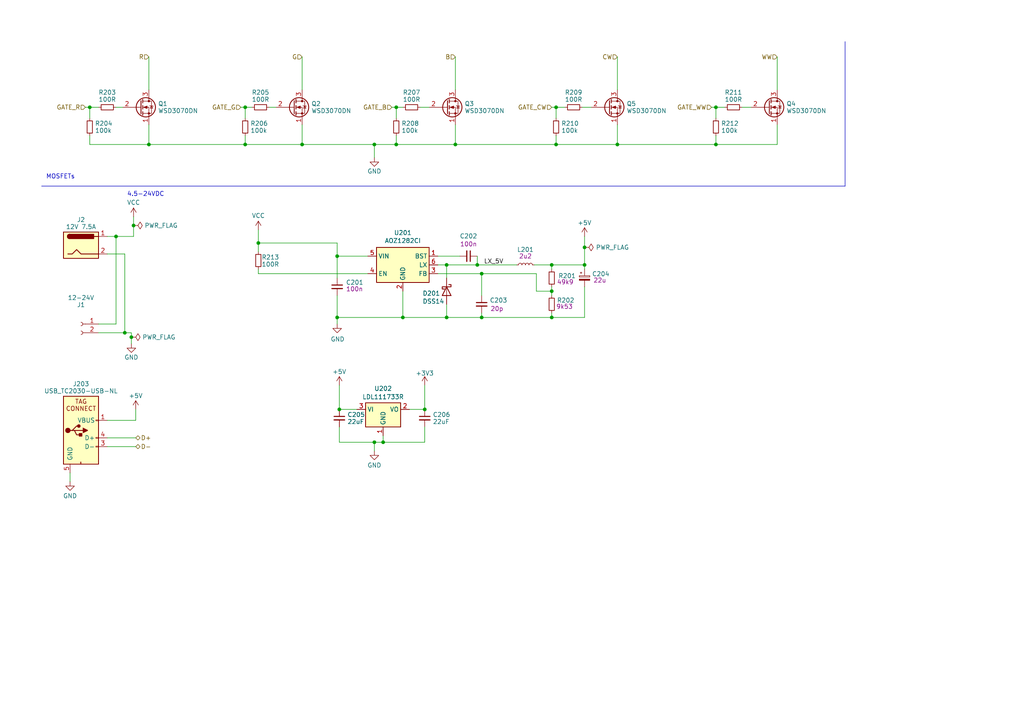
<source format=kicad_sch>
(kicad_sch (version 20230121) (generator eeschema)

  (uuid 0dd3599b-4d06-4c91-a319-1ebe0052d391)

  (paper "A4")

  (lib_symbols
    (symbol "Connector:Barrel_Jack" (pin_names (offset 1.016)) (in_bom yes) (on_board yes)
      (property "Reference" "J" (at 0 5.334 0)
        (effects (font (size 1.27 1.27)))
      )
      (property "Value" "Barrel_Jack" (at 0 -5.08 0)
        (effects (font (size 1.27 1.27)))
      )
      (property "Footprint" "" (at 1.27 -1.016 0)
        (effects (font (size 1.27 1.27)) hide)
      )
      (property "Datasheet" "~" (at 1.27 -1.016 0)
        (effects (font (size 1.27 1.27)) hide)
      )
      (property "ki_keywords" "DC power barrel jack connector" (at 0 0 0)
        (effects (font (size 1.27 1.27)) hide)
      )
      (property "ki_description" "DC Barrel Jack" (at 0 0 0)
        (effects (font (size 1.27 1.27)) hide)
      )
      (property "ki_fp_filters" "BarrelJack*" (at 0 0 0)
        (effects (font (size 1.27 1.27)) hide)
      )
      (symbol "Barrel_Jack_0_1"
        (rectangle (start -5.08 3.81) (end 5.08 -3.81)
          (stroke (width 0.254) (type default))
          (fill (type background))
        )
        (arc (start -3.302 3.175) (mid -3.9343 2.54) (end -3.302 1.905)
          (stroke (width 0.254) (type default))
          (fill (type none))
        )
        (arc (start -3.302 3.175) (mid -3.9343 2.54) (end -3.302 1.905)
          (stroke (width 0.254) (type default))
          (fill (type outline))
        )
        (polyline
          (pts
            (xy 5.08 2.54)
            (xy 3.81 2.54)
          )
          (stroke (width 0.254) (type default))
          (fill (type none))
        )
        (polyline
          (pts
            (xy -3.81 -2.54)
            (xy -2.54 -2.54)
            (xy -1.27 -1.27)
            (xy 0 -2.54)
            (xy 2.54 -2.54)
            (xy 5.08 -2.54)
          )
          (stroke (width 0.254) (type default))
          (fill (type none))
        )
        (rectangle (start 3.683 3.175) (end -3.302 1.905)
          (stroke (width 0.254) (type default))
          (fill (type outline))
        )
      )
      (symbol "Barrel_Jack_1_1"
        (pin passive line (at 7.62 2.54 180) (length 2.54)
          (name "~" (effects (font (size 1.27 1.27))))
          (number "1" (effects (font (size 1.27 1.27))))
        )
        (pin passive line (at 7.62 -2.54 180) (length 2.54)
          (name "~" (effects (font (size 1.27 1.27))))
          (number "2" (effects (font (size 1.27 1.27))))
        )
      )
    )
    (symbol "Connector:Conn_01x02_Socket" (pin_names (offset 1.016) hide) (in_bom yes) (on_board yes)
      (property "Reference" "J" (at 0 2.54 0)
        (effects (font (size 1.27 1.27)))
      )
      (property "Value" "Conn_01x02_Socket" (at 0 -5.08 0)
        (effects (font (size 1.27 1.27)))
      )
      (property "Footprint" "" (at 0 0 0)
        (effects (font (size 1.27 1.27)) hide)
      )
      (property "Datasheet" "~" (at 0 0 0)
        (effects (font (size 1.27 1.27)) hide)
      )
      (property "ki_locked" "" (at 0 0 0)
        (effects (font (size 1.27 1.27)))
      )
      (property "ki_keywords" "connector" (at 0 0 0)
        (effects (font (size 1.27 1.27)) hide)
      )
      (property "ki_description" "Generic connector, single row, 01x02, script generated" (at 0 0 0)
        (effects (font (size 1.27 1.27)) hide)
      )
      (property "ki_fp_filters" "Connector*:*_1x??_*" (at 0 0 0)
        (effects (font (size 1.27 1.27)) hide)
      )
      (symbol "Conn_01x02_Socket_1_1"
        (arc (start 0 -2.032) (mid -0.5058 -2.54) (end 0 -3.048)
          (stroke (width 0.1524) (type default))
          (fill (type none))
        )
        (polyline
          (pts
            (xy -1.27 -2.54)
            (xy -0.508 -2.54)
          )
          (stroke (width 0.1524) (type default))
          (fill (type none))
        )
        (polyline
          (pts
            (xy -1.27 0)
            (xy -0.508 0)
          )
          (stroke (width 0.1524) (type default))
          (fill (type none))
        )
        (arc (start 0 0.508) (mid -0.5058 0) (end 0 -0.508)
          (stroke (width 0.1524) (type default))
          (fill (type none))
        )
        (pin passive line (at -5.08 0 0) (length 3.81)
          (name "Pin_1" (effects (font (size 1.27 1.27))))
          (number "1" (effects (font (size 1.27 1.27))))
        )
        (pin passive line (at -5.08 -2.54 0) (length 3.81)
          (name "Pin_2" (effects (font (size 1.27 1.27))))
          (number "2" (effects (font (size 1.27 1.27))))
        )
      )
    )
    (symbol "Device:C_Polarized_Small" (pin_numbers hide) (pin_names (offset 0.254) hide) (in_bom yes) (on_board yes)
      (property "Reference" "C" (at 0.254 1.778 0)
        (effects (font (size 1.27 1.27)) (justify left))
      )
      (property "Value" "C_Polarized_Small" (at 0.254 -2.032 0)
        (effects (font (size 1.27 1.27)) (justify left))
      )
      (property "Footprint" "" (at 0 0 0)
        (effects (font (size 1.27 1.27)) hide)
      )
      (property "Datasheet" "~" (at 0 0 0)
        (effects (font (size 1.27 1.27)) hide)
      )
      (property "ki_keywords" "cap capacitor" (at 0 0 0)
        (effects (font (size 1.27 1.27)) hide)
      )
      (property "ki_description" "Polarized capacitor, small symbol" (at 0 0 0)
        (effects (font (size 1.27 1.27)) hide)
      )
      (property "ki_fp_filters" "CP_*" (at 0 0 0)
        (effects (font (size 1.27 1.27)) hide)
      )
      (symbol "C_Polarized_Small_0_1"
        (rectangle (start -1.524 -0.3048) (end 1.524 -0.6858)
          (stroke (width 0) (type default))
          (fill (type outline))
        )
        (rectangle (start -1.524 0.6858) (end 1.524 0.3048)
          (stroke (width 0) (type default))
          (fill (type none))
        )
        (polyline
          (pts
            (xy -1.27 1.524)
            (xy -0.762 1.524)
          )
          (stroke (width 0) (type default))
          (fill (type none))
        )
        (polyline
          (pts
            (xy -1.016 1.27)
            (xy -1.016 1.778)
          )
          (stroke (width 0) (type default))
          (fill (type none))
        )
      )
      (symbol "C_Polarized_Small_1_1"
        (pin passive line (at 0 2.54 270) (length 1.8542)
          (name "~" (effects (font (size 1.27 1.27))))
          (number "1" (effects (font (size 1.27 1.27))))
        )
        (pin passive line (at 0 -2.54 90) (length 1.8542)
          (name "~" (effects (font (size 1.27 1.27))))
          (number "2" (effects (font (size 1.27 1.27))))
        )
      )
    )
    (symbol "Device:C_Small" (pin_numbers hide) (pin_names (offset 0.254) hide) (in_bom yes) (on_board yes)
      (property "Reference" "C" (at 0.254 1.778 0)
        (effects (font (size 1.27 1.27)) (justify left))
      )
      (property "Value" "C_Small" (at 0.254 -2.032 0)
        (effects (font (size 1.27 1.27)) (justify left))
      )
      (property "Footprint" "" (at 0 0 0)
        (effects (font (size 1.27 1.27)) hide)
      )
      (property "Datasheet" "~" (at 0 0 0)
        (effects (font (size 1.27 1.27)) hide)
      )
      (property "ki_keywords" "capacitor cap" (at 0 0 0)
        (effects (font (size 1.27 1.27)) hide)
      )
      (property "ki_description" "Unpolarized capacitor, small symbol" (at 0 0 0)
        (effects (font (size 1.27 1.27)) hide)
      )
      (property "ki_fp_filters" "C_*" (at 0 0 0)
        (effects (font (size 1.27 1.27)) hide)
      )
      (symbol "C_Small_0_1"
        (polyline
          (pts
            (xy -1.524 -0.508)
            (xy 1.524 -0.508)
          )
          (stroke (width 0.3302) (type default))
          (fill (type none))
        )
        (polyline
          (pts
            (xy -1.524 0.508)
            (xy 1.524 0.508)
          )
          (stroke (width 0.3048) (type default))
          (fill (type none))
        )
      )
      (symbol "C_Small_1_1"
        (pin passive line (at 0 2.54 270) (length 2.032)
          (name "~" (effects (font (size 1.27 1.27))))
          (number "1" (effects (font (size 1.27 1.27))))
        )
        (pin passive line (at 0 -2.54 90) (length 2.032)
          (name "~" (effects (font (size 1.27 1.27))))
          (number "2" (effects (font (size 1.27 1.27))))
        )
      )
    )
    (symbol "Device:D_Schottky" (pin_numbers hide) (pin_names (offset 1.016) hide) (in_bom yes) (on_board yes)
      (property "Reference" "D" (at 0 2.54 0)
        (effects (font (size 1.27 1.27)))
      )
      (property "Value" "D_Schottky" (at 0 -2.54 0)
        (effects (font (size 1.27 1.27)))
      )
      (property "Footprint" "" (at 0 0 0)
        (effects (font (size 1.27 1.27)) hide)
      )
      (property "Datasheet" "~" (at 0 0 0)
        (effects (font (size 1.27 1.27)) hide)
      )
      (property "ki_keywords" "diode Schottky" (at 0 0 0)
        (effects (font (size 1.27 1.27)) hide)
      )
      (property "ki_description" "Schottky diode" (at 0 0 0)
        (effects (font (size 1.27 1.27)) hide)
      )
      (property "ki_fp_filters" "TO-???* *_Diode_* *SingleDiode* D_*" (at 0 0 0)
        (effects (font (size 1.27 1.27)) hide)
      )
      (symbol "D_Schottky_0_1"
        (polyline
          (pts
            (xy 1.27 0)
            (xy -1.27 0)
          )
          (stroke (width 0) (type default))
          (fill (type none))
        )
        (polyline
          (pts
            (xy 1.27 1.27)
            (xy 1.27 -1.27)
            (xy -1.27 0)
            (xy 1.27 1.27)
          )
          (stroke (width 0.254) (type default))
          (fill (type none))
        )
        (polyline
          (pts
            (xy -1.905 0.635)
            (xy -1.905 1.27)
            (xy -1.27 1.27)
            (xy -1.27 -1.27)
            (xy -0.635 -1.27)
            (xy -0.635 -0.635)
          )
          (stroke (width 0.254) (type default))
          (fill (type none))
        )
      )
      (symbol "D_Schottky_1_1"
        (pin passive line (at -3.81 0 0) (length 2.54)
          (name "K" (effects (font (size 1.27 1.27))))
          (number "1" (effects (font (size 1.27 1.27))))
        )
        (pin passive line (at 3.81 0 180) (length 2.54)
          (name "A" (effects (font (size 1.27 1.27))))
          (number "2" (effects (font (size 1.27 1.27))))
        )
      )
    )
    (symbol "Device:L_Small" (pin_numbers hide) (pin_names (offset 0.254) hide) (in_bom yes) (on_board yes)
      (property "Reference" "L" (at 0.762 1.016 0)
        (effects (font (size 1.27 1.27)) (justify left))
      )
      (property "Value" "L_Small" (at 0.762 -1.016 0)
        (effects (font (size 1.27 1.27)) (justify left))
      )
      (property "Footprint" "" (at 0 0 0)
        (effects (font (size 1.27 1.27)) hide)
      )
      (property "Datasheet" "~" (at 0 0 0)
        (effects (font (size 1.27 1.27)) hide)
      )
      (property "ki_keywords" "inductor choke coil reactor magnetic" (at 0 0 0)
        (effects (font (size 1.27 1.27)) hide)
      )
      (property "ki_description" "Inductor, small symbol" (at 0 0 0)
        (effects (font (size 1.27 1.27)) hide)
      )
      (property "ki_fp_filters" "Choke_* *Coil* Inductor_* L_*" (at 0 0 0)
        (effects (font (size 1.27 1.27)) hide)
      )
      (symbol "L_Small_0_1"
        (arc (start 0 -2.032) (mid 0.5058 -1.524) (end 0 -1.016)
          (stroke (width 0) (type default))
          (fill (type none))
        )
        (arc (start 0 -1.016) (mid 0.5058 -0.508) (end 0 0)
          (stroke (width 0) (type default))
          (fill (type none))
        )
        (arc (start 0 0) (mid 0.5058 0.508) (end 0 1.016)
          (stroke (width 0) (type default))
          (fill (type none))
        )
        (arc (start 0 1.016) (mid 0.5058 1.524) (end 0 2.032)
          (stroke (width 0) (type default))
          (fill (type none))
        )
      )
      (symbol "L_Small_1_1"
        (pin passive line (at 0 2.54 270) (length 0.508)
          (name "~" (effects (font (size 1.27 1.27))))
          (number "1" (effects (font (size 1.27 1.27))))
        )
        (pin passive line (at 0 -2.54 90) (length 0.508)
          (name "~" (effects (font (size 1.27 1.27))))
          (number "2" (effects (font (size 1.27 1.27))))
        )
      )
    )
    (symbol "Device:R_Small" (pin_numbers hide) (pin_names (offset 0.254) hide) (in_bom yes) (on_board yes)
      (property "Reference" "R" (at 0.762 0.508 0)
        (effects (font (size 1.27 1.27)) (justify left))
      )
      (property "Value" "R_Small" (at 0.762 -1.016 0)
        (effects (font (size 1.27 1.27)) (justify left))
      )
      (property "Footprint" "" (at 0 0 0)
        (effects (font (size 1.27 1.27)) hide)
      )
      (property "Datasheet" "~" (at 0 0 0)
        (effects (font (size 1.27 1.27)) hide)
      )
      (property "ki_keywords" "R resistor" (at 0 0 0)
        (effects (font (size 1.27 1.27)) hide)
      )
      (property "ki_description" "Resistor, small symbol" (at 0 0 0)
        (effects (font (size 1.27 1.27)) hide)
      )
      (property "ki_fp_filters" "R_*" (at 0 0 0)
        (effects (font (size 1.27 1.27)) hide)
      )
      (symbol "R_Small_0_1"
        (rectangle (start -0.762 1.778) (end 0.762 -1.778)
          (stroke (width 0.2032) (type default))
          (fill (type none))
        )
      )
      (symbol "R_Small_1_1"
        (pin passive line (at 0 2.54 270) (length 0.762)
          (name "~" (effects (font (size 1.27 1.27))))
          (number "1" (effects (font (size 1.27 1.27))))
        )
        (pin passive line (at 0 -2.54 90) (length 0.762)
          (name "~" (effects (font (size 1.27 1.27))))
          (number "2" (effects (font (size 1.27 1.27))))
        )
      )
    )
    (symbol "Regulator_Linear:AMS1117-3.3" (in_bom yes) (on_board yes)
      (property "Reference" "U" (at -3.81 3.175 0)
        (effects (font (size 1.27 1.27)))
      )
      (property "Value" "AMS1117-3.3" (at 0 3.175 0)
        (effects (font (size 1.27 1.27)) (justify left))
      )
      (property "Footprint" "Package_TO_SOT_SMD:SOT-223-3_TabPin2" (at 0 5.08 0)
        (effects (font (size 1.27 1.27)) hide)
      )
      (property "Datasheet" "http://www.advanced-monolithic.com/pdf/ds1117.pdf" (at 2.54 -6.35 0)
        (effects (font (size 1.27 1.27)) hide)
      )
      (property "ki_keywords" "linear regulator ldo fixed positive" (at 0 0 0)
        (effects (font (size 1.27 1.27)) hide)
      )
      (property "ki_description" "1A Low Dropout regulator, positive, 3.3V fixed output, SOT-223" (at 0 0 0)
        (effects (font (size 1.27 1.27)) hide)
      )
      (property "ki_fp_filters" "SOT?223*TabPin2*" (at 0 0 0)
        (effects (font (size 1.27 1.27)) hide)
      )
      (symbol "AMS1117-3.3_0_1"
        (rectangle (start -5.08 -5.08) (end 5.08 1.905)
          (stroke (width 0.254) (type default))
          (fill (type background))
        )
      )
      (symbol "AMS1117-3.3_1_1"
        (pin power_in line (at 0 -7.62 90) (length 2.54)
          (name "GND" (effects (font (size 1.27 1.27))))
          (number "1" (effects (font (size 1.27 1.27))))
        )
        (pin power_out line (at 7.62 0 180) (length 2.54)
          (name "VO" (effects (font (size 1.27 1.27))))
          (number "2" (effects (font (size 1.27 1.27))))
        )
        (pin power_in line (at -7.62 0 0) (length 2.54)
          (name "VI" (effects (font (size 1.27 1.27))))
          (number "3" (effects (font (size 1.27 1.27))))
        )
      )
    )
    (symbol "Regulator_Switching:AOZ1282CI" (in_bom yes) (on_board yes)
      (property "Reference" "U" (at -6.35 -6.35 0)
        (effects (font (size 1.27 1.27)))
      )
      (property "Value" "AOZ1282CI" (at -2.54 6.35 0)
        (effects (font (size 1.27 1.27)))
      )
      (property "Footprint" "Package_TO_SOT_SMD:SOT-23-6" (at 17.78 -6.35 0)
        (effects (font (size 1.27 1.27)) hide)
      )
      (property "Datasheet" "http://aosmd.com/res/data_sheets/AOZ1282CI.pdf" (at -6.35 -6.35 0)
        (effects (font (size 1.27 1.27)) hide)
      )
      (property "ki_keywords" "switching buck converter" (at 0 0 0)
        (effects (font (size 1.27 1.27)) hide)
      )
      (property "ki_description" "1.2 A Simple Buck Regulator, 4.5-36V input, 450kHz" (at 0 0 0)
        (effects (font (size 1.27 1.27)) hide)
      )
      (property "ki_fp_filters" "SOT?23*" (at 0 0 0)
        (effects (font (size 1.27 1.27)) hide)
      )
      (symbol "AOZ1282CI_0_1"
        (rectangle (start -7.62 5.08) (end 7.62 -5.08)
          (stroke (width 0.254) (type default))
          (fill (type background))
        )
      )
      (symbol "AOZ1282CI_1_1"
        (pin input line (at 10.16 2.54 180) (length 2.54)
          (name "BST" (effects (font (size 1.27 1.27))))
          (number "1" (effects (font (size 1.27 1.27))))
        )
        (pin power_in line (at 0 -7.62 90) (length 2.54)
          (name "GND" (effects (font (size 1.27 1.27))))
          (number "2" (effects (font (size 1.27 1.27))))
        )
        (pin input line (at 10.16 -2.54 180) (length 2.54)
          (name "FB" (effects (font (size 1.27 1.27))))
          (number "3" (effects (font (size 1.27 1.27))))
        )
        (pin input line (at -10.16 -2.54 0) (length 2.54)
          (name "EN" (effects (font (size 1.27 1.27))))
          (number "4" (effects (font (size 1.27 1.27))))
        )
        (pin power_in line (at -10.16 2.54 0) (length 2.54)
          (name "VIN" (effects (font (size 1.27 1.27))))
          (number "5" (effects (font (size 1.27 1.27))))
        )
        (pin power_out line (at 10.16 0 180) (length 2.54)
          (name "LX" (effects (font (size 1.27 1.27))))
          (number "6" (effects (font (size 1.27 1.27))))
        )
      )
    )
    (symbol "peepeedoodookaka:USB_TC2030-USB-NL" (pin_names (offset 1.016)) (in_bom yes) (on_board yes)
      (property "Reference" "J" (at -5.08 16.51 0)
        (effects (font (size 1.27 1.27)) (justify left))
      )
      (property "Value" "USB_TC2030-USB-NL" (at -5.08 13.97 0)
        (effects (font (size 1.27 1.27)) (justify left))
      )
      (property "Footprint" "Connector:Tag-Connect_TC2030-IDC-NL_2x03_P1.27mm_Vertical" (at 3.81 -20.955 0)
        (effects (font (size 1.27 1.27)) hide)
      )
      (property "Datasheet" " ~" (at 3.81 -1.27 0)
        (effects (font (size 1.27 1.27)) hide)
      )
      (property "ki_keywords" "connector USB" (at 0 0 0)
        (effects (font (size 1.27 1.27)) hide)
      )
      (property "ki_description" "USB Type A connector" (at 0 0 0)
        (effects (font (size 1.27 1.27)) hide)
      )
      (property "ki_fp_filters" "USB*" (at 0 0 0)
        (effects (font (size 1.27 1.27)) hide)
      )
      (symbol "USB_TC2030-USB-NL_0_1"
        (rectangle (start -5.08 12.065) (end 5.08 -7.62)
          (stroke (width 0.254) (type default))
          (fill (type background))
        )
        (circle (center -3.81 2.159) (radius 0.635)
          (stroke (width 0.254) (type default))
          (fill (type outline))
        )
        (circle (center -0.635 3.429) (radius 0.381)
          (stroke (width 0.254) (type default))
          (fill (type outline))
        )
        (rectangle (start -0.127 -6.985) (end 0 -7.62)
          (stroke (width 0) (type default))
          (fill (type none))
        )
        (polyline
          (pts
            (xy -3.175 2.159)
            (xy -2.54 2.159)
            (xy -1.27 3.429)
            (xy -0.635 3.429)
          )
          (stroke (width 0.254) (type default))
          (fill (type none))
        )
        (polyline
          (pts
            (xy -2.54 2.159)
            (xy -1.905 2.159)
            (xy -1.27 0.889)
            (xy 0 0.889)
          )
          (stroke (width 0.254) (type default))
          (fill (type none))
        )
        (polyline
          (pts
            (xy 0.635 2.794)
            (xy 0.635 1.524)
            (xy 1.905 2.159)
            (xy 0.635 2.794)
          )
          (stroke (width 0.254) (type default))
          (fill (type outline))
        )
        (rectangle (start 0.254 1.27) (end -0.508 0.508)
          (stroke (width 0.254) (type default))
          (fill (type outline))
        )
        (rectangle (start 5.08 -2.667) (end 4.318 -2.413)
          (stroke (width 0) (type default))
          (fill (type none))
        )
        (rectangle (start 5.08 -0.127) (end 4.318 0.127)
          (stroke (width 0) (type default))
          (fill (type none))
        )
        (rectangle (start 5.08 4.953) (end 4.318 5.207)
          (stroke (width 0) (type default))
          (fill (type none))
        )
      )
      (symbol "USB_TC2030-USB-NL_1_1"
        (polyline
          (pts
            (xy -1.905 2.159)
            (xy 0.635 2.159)
          )
          (stroke (width 0.254) (type default))
          (fill (type none))
        )
        (text "TAG\nCONNECT" (at 0 9.525 0)
          (effects (font (size 1.27 1.27)))
        )
        (pin power_in line (at 7.62 5.08 180) (length 2.54)
          (name "VBUS" (effects (font (size 1.27 1.27))))
          (number "1" (effects (font (size 1.27 1.27))))
        )
        (pin no_connect line (at 2.54 -10.16 90) (length 2.54) hide
          (name "NC" (effects (font (size 1.27 1.27))))
          (number "2" (effects (font (size 1.27 1.27))))
        )
        (pin bidirectional line (at 7.62 -2.54 180) (length 2.54)
          (name "D-" (effects (font (size 1.27 1.27))))
          (number "3" (effects (font (size 1.27 1.27))))
        )
        (pin bidirectional line (at 7.62 0 180) (length 2.54)
          (name "D+" (effects (font (size 1.27 1.27))))
          (number "4" (effects (font (size 1.27 1.27))))
        )
        (pin power_in line (at -3.175 -10.16 90) (length 2.54)
          (name "GND" (effects (font (size 1.27 1.27))))
          (number "5" (effects (font (size 1.27 1.27))))
        )
        (pin no_connect line (at 2.54 -10.16 90) (length 2.54) hide
          (name "NC" (effects (font (size 1.27 1.27))))
          (number "6" (effects (font (size 1.27 1.27))))
        )
      )
    )
    (symbol "peepeedoodookaka:WSD3070DN" (pin_names (offset 0) hide) (in_bom yes) (on_board yes)
      (property "Reference" "Q" (at 5.08 1.27 0)
        (effects (font (size 1.27 1.27)) (justify left))
      )
      (property "Value" "WSD3070DN" (at 5.08 -1.27 0)
        (effects (font (size 1.27 1.27)) (justify left))
      )
      (property "Footprint" "peepeedoodookaka:WSD3070DN" (at 5.08 2.54 0)
        (effects (font (size 1.27 1.27)) hide)
      )
      (property "Datasheet" "~" (at 0 0 0)
        (effects (font (size 1.27 1.27)) hide)
      )
      (property "ki_keywords" "transistor NMOS N-MOS N-MOSFET" (at 0 0 0)
        (effects (font (size 1.27 1.27)) hide)
      )
      (property "ki_description" "N-MOSFET transistor, drain/gate/source" (at 0 0 0)
        (effects (font (size 1.27 1.27)) hide)
      )
      (symbol "WSD3070DN_0_1"
        (polyline
          (pts
            (xy 0.254 0)
            (xy -2.54 0)
          )
          (stroke (width 0) (type default))
          (fill (type none))
        )
        (polyline
          (pts
            (xy 0.254 1.905)
            (xy 0.254 -1.905)
          )
          (stroke (width 0.254) (type default))
          (fill (type none))
        )
        (polyline
          (pts
            (xy 0.762 -1.27)
            (xy 0.762 -2.286)
          )
          (stroke (width 0.254) (type default))
          (fill (type none))
        )
        (polyline
          (pts
            (xy 0.762 0.508)
            (xy 0.762 -0.508)
          )
          (stroke (width 0.254) (type default))
          (fill (type none))
        )
        (polyline
          (pts
            (xy 0.762 2.286)
            (xy 0.762 1.27)
          )
          (stroke (width 0.254) (type default))
          (fill (type none))
        )
        (polyline
          (pts
            (xy 2.54 2.54)
            (xy 2.54 1.778)
          )
          (stroke (width 0) (type default))
          (fill (type none))
        )
        (polyline
          (pts
            (xy 2.54 -2.54)
            (xy 2.54 0)
            (xy 0.762 0)
          )
          (stroke (width 0) (type default))
          (fill (type none))
        )
        (polyline
          (pts
            (xy 0.762 -1.778)
            (xy 3.302 -1.778)
            (xy 3.302 1.778)
            (xy 0.762 1.778)
          )
          (stroke (width 0) (type default))
          (fill (type none))
        )
        (polyline
          (pts
            (xy 1.016 0)
            (xy 2.032 0.381)
            (xy 2.032 -0.381)
            (xy 1.016 0)
          )
          (stroke (width 0) (type default))
          (fill (type outline))
        )
        (polyline
          (pts
            (xy 2.794 0.508)
            (xy 2.921 0.381)
            (xy 3.683 0.381)
            (xy 3.81 0.254)
          )
          (stroke (width 0) (type default))
          (fill (type none))
        )
        (polyline
          (pts
            (xy 3.302 0.381)
            (xy 2.921 -0.254)
            (xy 3.683 -0.254)
            (xy 3.302 0.381)
          )
          (stroke (width 0) (type default))
          (fill (type none))
        )
        (circle (center 1.651 0) (radius 2.794)
          (stroke (width 0.254) (type default))
          (fill (type none))
        )
        (circle (center 2.54 -1.778) (radius 0.254)
          (stroke (width 0) (type default))
          (fill (type outline))
        )
        (circle (center 2.54 1.778) (radius 0.254)
          (stroke (width 0) (type default))
          (fill (type outline))
        )
      )
      (symbol "WSD3070DN_1_1"
        (pin passive line (at 2.54 -5.08 90) (length 2.54)
          (name "S" (effects (font (size 1.27 1.27))))
          (number "1" (effects (font (size 1.27 1.27))))
        )
        (pin input line (at -5.08 0 0) (length 2.54)
          (name "G" (effects (font (size 1.27 1.27))))
          (number "2" (effects (font (size 1.27 1.27))))
        )
        (pin passive line (at 2.54 5.08 270) (length 2.54)
          (name "D" (effects (font (size 1.27 1.27))))
          (number "3" (effects (font (size 1.27 1.27))))
        )
      )
    )
    (symbol "power:+3V3" (power) (pin_names (offset 0)) (in_bom yes) (on_board yes)
      (property "Reference" "#PWR" (at 0 -3.81 0)
        (effects (font (size 1.27 1.27)) hide)
      )
      (property "Value" "+3V3" (at 0 3.556 0)
        (effects (font (size 1.27 1.27)))
      )
      (property "Footprint" "" (at 0 0 0)
        (effects (font (size 1.27 1.27)) hide)
      )
      (property "Datasheet" "" (at 0 0 0)
        (effects (font (size 1.27 1.27)) hide)
      )
      (property "ki_keywords" "global power" (at 0 0 0)
        (effects (font (size 1.27 1.27)) hide)
      )
      (property "ki_description" "Power symbol creates a global label with name \"+3V3\"" (at 0 0 0)
        (effects (font (size 1.27 1.27)) hide)
      )
      (symbol "+3V3_0_1"
        (polyline
          (pts
            (xy -0.762 1.27)
            (xy 0 2.54)
          )
          (stroke (width 0) (type default))
          (fill (type none))
        )
        (polyline
          (pts
            (xy 0 0)
            (xy 0 2.54)
          )
          (stroke (width 0) (type default))
          (fill (type none))
        )
        (polyline
          (pts
            (xy 0 2.54)
            (xy 0.762 1.27)
          )
          (stroke (width 0) (type default))
          (fill (type none))
        )
      )
      (symbol "+3V3_1_1"
        (pin power_in line (at 0 0 90) (length 0) hide
          (name "+3V3" (effects (font (size 1.27 1.27))))
          (number "1" (effects (font (size 1.27 1.27))))
        )
      )
    )
    (symbol "power:+5V" (power) (pin_names (offset 0)) (in_bom yes) (on_board yes)
      (property "Reference" "#PWR" (at 0 -3.81 0)
        (effects (font (size 1.27 1.27)) hide)
      )
      (property "Value" "+5V" (at 0 3.556 0)
        (effects (font (size 1.27 1.27)))
      )
      (property "Footprint" "" (at 0 0 0)
        (effects (font (size 1.27 1.27)) hide)
      )
      (property "Datasheet" "" (at 0 0 0)
        (effects (font (size 1.27 1.27)) hide)
      )
      (property "ki_keywords" "global power" (at 0 0 0)
        (effects (font (size 1.27 1.27)) hide)
      )
      (property "ki_description" "Power symbol creates a global label with name \"+5V\"" (at 0 0 0)
        (effects (font (size 1.27 1.27)) hide)
      )
      (symbol "+5V_0_1"
        (polyline
          (pts
            (xy -0.762 1.27)
            (xy 0 2.54)
          )
          (stroke (width 0) (type default))
          (fill (type none))
        )
        (polyline
          (pts
            (xy 0 0)
            (xy 0 2.54)
          )
          (stroke (width 0) (type default))
          (fill (type none))
        )
        (polyline
          (pts
            (xy 0 2.54)
            (xy 0.762 1.27)
          )
          (stroke (width 0) (type default))
          (fill (type none))
        )
      )
      (symbol "+5V_1_1"
        (pin power_in line (at 0 0 90) (length 0) hide
          (name "+5V" (effects (font (size 1.27 1.27))))
          (number "1" (effects (font (size 1.27 1.27))))
        )
      )
    )
    (symbol "power:GND" (power) (pin_names (offset 0)) (in_bom yes) (on_board yes)
      (property "Reference" "#PWR" (at 0 -6.35 0)
        (effects (font (size 1.27 1.27)) hide)
      )
      (property "Value" "GND" (at 0 -3.81 0)
        (effects (font (size 1.27 1.27)))
      )
      (property "Footprint" "" (at 0 0 0)
        (effects (font (size 1.27 1.27)) hide)
      )
      (property "Datasheet" "" (at 0 0 0)
        (effects (font (size 1.27 1.27)) hide)
      )
      (property "ki_keywords" "global power" (at 0 0 0)
        (effects (font (size 1.27 1.27)) hide)
      )
      (property "ki_description" "Power symbol creates a global label with name \"GND\" , ground" (at 0 0 0)
        (effects (font (size 1.27 1.27)) hide)
      )
      (symbol "GND_0_1"
        (polyline
          (pts
            (xy 0 0)
            (xy 0 -1.27)
            (xy 1.27 -1.27)
            (xy 0 -2.54)
            (xy -1.27 -1.27)
            (xy 0 -1.27)
          )
          (stroke (width 0) (type default))
          (fill (type none))
        )
      )
      (symbol "GND_1_1"
        (pin power_in line (at 0 0 270) (length 0) hide
          (name "GND" (effects (font (size 1.27 1.27))))
          (number "1" (effects (font (size 1.27 1.27))))
        )
      )
    )
    (symbol "power:PWR_FLAG" (power) (pin_numbers hide) (pin_names (offset 0) hide) (in_bom yes) (on_board yes)
      (property "Reference" "#FLG" (at 0 1.905 0)
        (effects (font (size 1.27 1.27)) hide)
      )
      (property "Value" "PWR_FLAG" (at 0 3.81 0)
        (effects (font (size 1.27 1.27)))
      )
      (property "Footprint" "" (at 0 0 0)
        (effects (font (size 1.27 1.27)) hide)
      )
      (property "Datasheet" "~" (at 0 0 0)
        (effects (font (size 1.27 1.27)) hide)
      )
      (property "ki_keywords" "flag power" (at 0 0 0)
        (effects (font (size 1.27 1.27)) hide)
      )
      (property "ki_description" "Special symbol for telling ERC where power comes from" (at 0 0 0)
        (effects (font (size 1.27 1.27)) hide)
      )
      (symbol "PWR_FLAG_0_0"
        (pin power_out line (at 0 0 90) (length 0)
          (name "pwr" (effects (font (size 1.27 1.27))))
          (number "1" (effects (font (size 1.27 1.27))))
        )
      )
      (symbol "PWR_FLAG_0_1"
        (polyline
          (pts
            (xy 0 0)
            (xy 0 1.27)
            (xy -1.016 1.905)
            (xy 0 2.54)
            (xy 1.016 1.905)
            (xy 0 1.27)
          )
          (stroke (width 0) (type default))
          (fill (type none))
        )
      )
    )
    (symbol "power:VCC" (power) (pin_names (offset 0)) (in_bom yes) (on_board yes)
      (property "Reference" "#PWR" (at 0 -3.81 0)
        (effects (font (size 1.27 1.27)) hide)
      )
      (property "Value" "VCC" (at 0 3.81 0)
        (effects (font (size 1.27 1.27)))
      )
      (property "Footprint" "" (at 0 0 0)
        (effects (font (size 1.27 1.27)) hide)
      )
      (property "Datasheet" "" (at 0 0 0)
        (effects (font (size 1.27 1.27)) hide)
      )
      (property "ki_keywords" "global power" (at 0 0 0)
        (effects (font (size 1.27 1.27)) hide)
      )
      (property "ki_description" "Power symbol creates a global label with name \"VCC\"" (at 0 0 0)
        (effects (font (size 1.27 1.27)) hide)
      )
      (symbol "VCC_0_1"
        (polyline
          (pts
            (xy -0.762 1.27)
            (xy 0 2.54)
          )
          (stroke (width 0) (type default))
          (fill (type none))
        )
        (polyline
          (pts
            (xy 0 0)
            (xy 0 2.54)
          )
          (stroke (width 0) (type default))
          (fill (type none))
        )
        (polyline
          (pts
            (xy 0 2.54)
            (xy 0.762 1.27)
          )
          (stroke (width 0) (type default))
          (fill (type none))
        )
      )
      (symbol "VCC_1_1"
        (pin power_in line (at 0 0 90) (length 0) hide
          (name "VCC" (effects (font (size 1.27 1.27))))
          (number "1" (effects (font (size 1.27 1.27))))
        )
      )
    )
  )

  (junction (at 129.54 76.835) (diameter 0) (color 0 0 0 0)
    (uuid 09c2ec4b-8472-40f1-90da-809b76f7e460)
  )
  (junction (at 26.035 31.115) (diameter 0) (color 0 0 0 0)
    (uuid 0dc5fae5-d2b5-4ea1-9d1f-3e969098b15f)
  )
  (junction (at 160.02 84.455) (diameter 0) (color 0 0 0 0)
    (uuid 14314d76-67f2-4f1a-a4c5-782378b056ad)
  )
  (junction (at 139.7 92.075) (diameter 0) (color 0 0 0 0)
    (uuid 253a4dd9-f005-4057-b64e-83237ea64415)
  )
  (junction (at 36.195 96.52) (diameter 0) (color 0 0 0 0)
    (uuid 28591c55-2d38-4975-b22a-a4da1bb89124)
  )
  (junction (at 114.935 31.115) (diameter 0) (color 0 0 0 0)
    (uuid 2d792468-f60d-4426-8637-faa09646bff6)
  )
  (junction (at 71.12 31.115) (diameter 0) (color 0 0 0 0)
    (uuid 31756b06-8fdb-42dc-82f1-5b9be22e9589)
  )
  (junction (at 98.425 118.745) (diameter 0) (color 0 0 0 0)
    (uuid 3c73f07d-e4d0-4be1-a208-d0bc01b3f97b)
  )
  (junction (at 108.585 41.91) (diameter 0) (color 0 0 0 0)
    (uuid 4593b3fa-35e1-4d0c-9754-4c73a882ad73)
  )
  (junction (at 38.735 65.405) (diameter 0) (color 0 0 0 0)
    (uuid 4623006c-c3a1-485d-9453-d3be79c3b130)
  )
  (junction (at 123.19 118.745) (diameter 0) (color 0 0 0 0)
    (uuid 4c6def11-8473-48b7-a09c-82fb229dae3f)
  )
  (junction (at 161.29 41.91) (diameter 0) (color 0 0 0 0)
    (uuid 53878d79-37af-4af9-bbbf-83fbb73a36e5)
  )
  (junction (at 97.79 74.295) (diameter 0) (color 0 0 0 0)
    (uuid 58caa77a-fde5-4c5d-bc19-9ed42a3aa04f)
  )
  (junction (at 179.07 41.91) (diameter 0) (color 0 0 0 0)
    (uuid 59a619e2-9954-4cad-a115-e779aed77aba)
  )
  (junction (at 33.655 68.58) (diameter 0) (color 0 0 0 0)
    (uuid 7c666266-b4f9-4303-9306-b9bb9a1baa76)
  )
  (junction (at 132.08 41.91) (diameter 0) (color 0 0 0 0)
    (uuid 80a57e7f-854e-4a59-b402-256b0e05d12a)
  )
  (junction (at 169.545 71.755) (diameter 0) (color 0 0 0 0)
    (uuid 95068793-9859-443b-bf50-741fbecf59f2)
  )
  (junction (at 139.7 79.375) (diameter 0) (color 0 0 0 0)
    (uuid a02ed0f5-3bcd-4595-aae9-c1e548a9267a)
  )
  (junction (at 114.935 41.91) (diameter 0) (color 0 0 0 0)
    (uuid a206b22f-cbd8-403d-8537-68734956cba0)
  )
  (junction (at 207.645 41.91) (diameter 0) (color 0 0 0 0)
    (uuid a47903fa-dc37-445a-b957-87706da8c909)
  )
  (junction (at 108.585 128.27) (diameter 0) (color 0 0 0 0)
    (uuid a49f8e1c-51ce-4824-8496-2e69e67255e2)
  )
  (junction (at 138.43 76.835) (diameter 0) (color 0 0 0 0)
    (uuid b7616356-b8f8-4681-8d0a-f7882baa9f6f)
  )
  (junction (at 207.645 31.115) (diameter 0) (color 0 0 0 0)
    (uuid b79d8941-4997-4da9-b4e0-1a0ea8535764)
  )
  (junction (at 38.1 97.79) (diameter 0) (color 0 0 0 0)
    (uuid b9210e2b-7323-4998-b2e1-c865dabefb58)
  )
  (junction (at 43.18 41.91) (diameter 0) (color 0 0 0 0)
    (uuid cddedaa9-8e6e-41c8-85ef-9b7c32acb5c5)
  )
  (junction (at 111.125 128.27) (diameter 0) (color 0 0 0 0)
    (uuid d0f8f3ed-b197-4817-b51a-f56f63a6e058)
  )
  (junction (at 116.84 92.075) (diameter 0) (color 0 0 0 0)
    (uuid d134aa48-eea7-4944-8c20-6a1acea7a5e4)
  )
  (junction (at 87.63 41.91) (diameter 0) (color 0 0 0 0)
    (uuid e385af24-e4c9-42f6-a8db-6fcea15de25c)
  )
  (junction (at 169.545 76.835) (diameter 0) (color 0 0 0 0)
    (uuid eb16c8e6-1607-4a8b-b9ae-ac9ccd437aa1)
  )
  (junction (at 74.93 70.485) (diameter 0) (color 0 0 0 0)
    (uuid f0cc82bb-9301-4b05-ac93-2f0aae5abebd)
  )
  (junction (at 97.79 92.075) (diameter 0) (color 0 0 0 0)
    (uuid f2ea4313-b8f6-45cf-8587-8c5a512e18f9)
  )
  (junction (at 160.02 92.075) (diameter 0) (color 0 0 0 0)
    (uuid f46c7a69-caa2-4245-9881-addb640bd2f9)
  )
  (junction (at 71.12 41.91) (diameter 0) (color 0 0 0 0)
    (uuid fabf4e87-71be-46b5-859a-d8d9d7919746)
  )
  (junction (at 160.02 76.835) (diameter 0) (color 0 0 0 0)
    (uuid fb615f8d-2cc5-4d3f-a9b8-b5f4b59709a7)
  )
  (junction (at 129.54 92.075) (diameter 0) (color 0 0 0 0)
    (uuid fcdfa422-4ad8-43f3-8b4e-f49ba7628f8d)
  )
  (junction (at 161.29 31.115) (diameter 0) (color 0 0 0 0)
    (uuid fdb0b62b-3811-41ca-ad44-d071a7c43e6e)
  )

  (wire (pts (xy 74.93 70.485) (xy 74.93 73.025))
    (stroke (width 0) (type default))
    (uuid 00ec01da-f944-4888-a070-b375eed7d15e)
  )
  (wire (pts (xy 26.035 39.37) (xy 26.035 41.91))
    (stroke (width 0) (type default))
    (uuid 03a575c8-1ab7-4b49-9a84-b6e3d2a11ae7)
  )
  (wire (pts (xy 98.425 118.745) (xy 103.505 118.745))
    (stroke (width 0) (type default))
    (uuid 03aaaf7d-f488-4bce-ab15-a3d46d48afff)
  )
  (wire (pts (xy 129.54 76.835) (xy 129.54 80.645))
    (stroke (width 0) (type default))
    (uuid 0825cb67-01b7-4ebe-898a-f951c3806a64)
  )
  (wire (pts (xy 116.84 84.455) (xy 116.84 92.075))
    (stroke (width 0) (type default))
    (uuid 0be5c78d-9d7a-4f2c-90c2-238a9b162721)
  )
  (wire (pts (xy 133.35 74.295) (xy 127 74.295))
    (stroke (width 0) (type default))
    (uuid 0c41a1a8-47f2-4d03-a8f8-fa4755d8dc55)
  )
  (wire (pts (xy 114.935 31.115) (xy 116.84 31.115))
    (stroke (width 0) (type default))
    (uuid 0d7e0d18-f467-47a9-b1bc-4baeebd64eab)
  )
  (wire (pts (xy 97.79 85.725) (xy 97.79 92.075))
    (stroke (width 0) (type default))
    (uuid 0dd52dbf-e656-4b81-a0ad-58e0d40959df)
  )
  (wire (pts (xy 113.665 31.115) (xy 114.935 31.115))
    (stroke (width 0) (type default))
    (uuid 16d8ea23-009e-436f-ad98-fedebee3c8f7)
  )
  (wire (pts (xy 38.1 97.79) (xy 38.1 96.52))
    (stroke (width 0) (type default))
    (uuid 17272271-4aed-4126-b536-5b4e414c601a)
  )
  (wire (pts (xy 215.265 31.115) (xy 217.805 31.115))
    (stroke (width 0) (type default))
    (uuid 176510a2-2fbb-49cb-9e95-e498523854a2)
  )
  (wire (pts (xy 108.585 128.27) (xy 111.125 128.27))
    (stroke (width 0) (type default))
    (uuid 19697f96-2d80-4d5e-a936-97469e79c114)
  )
  (wire (pts (xy 74.93 66.675) (xy 74.93 70.485))
    (stroke (width 0) (type default))
    (uuid 19dfa0a8-8640-46ab-9ce7-f999ce11f502)
  )
  (wire (pts (xy 98.425 123.825) (xy 98.425 128.27))
    (stroke (width 0) (type default))
    (uuid 1c310b19-8e34-4c2b-a798-77c931087d75)
  )
  (wire (pts (xy 169.545 92.075) (xy 160.02 92.075))
    (stroke (width 0) (type default))
    (uuid 2224f31d-a5a4-4cd4-8b22-e4d2371dea3e)
  )
  (wire (pts (xy 33.655 31.115) (xy 35.56 31.115))
    (stroke (width 0) (type default))
    (uuid 275751af-e3f3-4fde-a3ec-ae0dca0d54f2)
  )
  (wire (pts (xy 160.02 84.455) (xy 160.02 85.725))
    (stroke (width 0) (type default))
    (uuid 2a88a7e5-40b5-446d-b995-07c598a419cc)
  )
  (wire (pts (xy 74.93 79.375) (xy 106.68 79.375))
    (stroke (width 0) (type default))
    (uuid 2b3b83bc-c327-4a10-ba46-3307cee7a6b1)
  )
  (wire (pts (xy 161.29 39.37) (xy 161.29 41.91))
    (stroke (width 0) (type default))
    (uuid 2f9c2589-0051-48a6-8e77-7aec253bacb4)
  )
  (wire (pts (xy 28.575 93.98) (xy 33.655 93.98))
    (stroke (width 0) (type default))
    (uuid 343fba84-cbb3-4ca1-9691-47cd12487e85)
  )
  (wire (pts (xy 160.02 83.185) (xy 160.02 84.455))
    (stroke (width 0) (type default))
    (uuid 35b217e5-e76c-48a8-bfdd-afdda5d4f299)
  )
  (wire (pts (xy 98.425 128.27) (xy 108.585 128.27))
    (stroke (width 0) (type default))
    (uuid 3a626344-c547-4e26-9edd-54bdeb75f7c5)
  )
  (wire (pts (xy 169.545 68.58) (xy 169.545 71.755))
    (stroke (width 0) (type default))
    (uuid 3aef4fc7-a3db-4ddc-a3ec-9593cb30dc5c)
  )
  (wire (pts (xy 24.765 31.115) (xy 26.035 31.115))
    (stroke (width 0) (type default))
    (uuid 3bb2a4c3-e85c-4d43-b98a-e86a128034c1)
  )
  (polyline (pts (xy 12.065 53.975) (xy 245.11 53.975))
    (stroke (width 0) (type default))
    (uuid 402d2add-4a3a-4516-95c8-c2a83577c100)
  )

  (wire (pts (xy 97.79 93.98) (xy 97.79 92.075))
    (stroke (width 0) (type default))
    (uuid 4189a41f-c363-43c4-8749-1fac493a86e9)
  )
  (wire (pts (xy 118.745 118.745) (xy 123.19 118.745))
    (stroke (width 0) (type default))
    (uuid 4684d6a2-1984-4316-8d3a-5c2e4ed7f318)
  )
  (wire (pts (xy 108.585 41.91) (xy 114.935 41.91))
    (stroke (width 0) (type default))
    (uuid 47c2efb6-480d-4ee5-ba86-e7416dc1c568)
  )
  (wire (pts (xy 31.115 129.54) (xy 39.37 129.54))
    (stroke (width 0) (type default))
    (uuid 4aa820dc-f08d-44fd-bc43-ed0808a2e5bd)
  )
  (wire (pts (xy 98.425 111.76) (xy 98.425 118.745))
    (stroke (width 0) (type default))
    (uuid 4f375c53-7636-4871-b903-2a9bf35fd80e)
  )
  (wire (pts (xy 108.585 41.91) (xy 108.585 45.72))
    (stroke (width 0) (type default))
    (uuid 5091c4d7-cbda-4e68-8cb9-05b17d214113)
  )
  (wire (pts (xy 71.12 31.115) (xy 73.025 31.115))
    (stroke (width 0) (type default))
    (uuid 5155ac93-72f8-4da8-816a-104a3f8ebd78)
  )
  (wire (pts (xy 160.02 76.835) (xy 160.02 78.105))
    (stroke (width 0) (type default))
    (uuid 575dafcf-6f2d-4746-a052-3de2b4200c23)
  )
  (wire (pts (xy 74.93 70.485) (xy 97.79 70.485))
    (stroke (width 0) (type default))
    (uuid 59243805-8064-4f39-8dec-87bb5492cc14)
  )
  (wire (pts (xy 207.645 31.115) (xy 210.185 31.115))
    (stroke (width 0) (type default))
    (uuid 5dacb6fa-7f17-4952-8fa8-a33a045d7cd7)
  )
  (wire (pts (xy 179.07 41.91) (xy 207.645 41.91))
    (stroke (width 0) (type default))
    (uuid 5e9e5588-2477-42d5-863c-3b10f358e367)
  )
  (wire (pts (xy 132.08 41.91) (xy 132.08 36.195))
    (stroke (width 0) (type default))
    (uuid 63612cb6-7363-4d94-b231-207a893a3653)
  )
  (wire (pts (xy 161.29 31.115) (xy 163.83 31.115))
    (stroke (width 0) (type default))
    (uuid 640411d7-025d-4de5-ba04-13441557383e)
  )
  (wire (pts (xy 71.12 39.37) (xy 71.12 41.91))
    (stroke (width 0) (type default))
    (uuid 6507e57c-e41c-46e7-9b02-cbb1b561ffea)
  )
  (wire (pts (xy 207.645 31.115) (xy 207.645 34.29))
    (stroke (width 0) (type default))
    (uuid 671b4638-6619-4966-adf4-8edf986f27d6)
  )
  (wire (pts (xy 139.7 92.075) (xy 160.02 92.075))
    (stroke (width 0) (type default))
    (uuid 6be8b6ac-f981-41e7-8199-1682a270c474)
  )
  (wire (pts (xy 26.035 41.91) (xy 43.18 41.91))
    (stroke (width 0) (type default))
    (uuid 6d9989a4-cf76-4317-9705-6c757ee5fdf3)
  )
  (wire (pts (xy 207.645 39.37) (xy 207.645 41.91))
    (stroke (width 0) (type default))
    (uuid 6de25622-320f-4d13-a318-52aac72cd814)
  )
  (wire (pts (xy 43.18 36.195) (xy 43.18 41.91))
    (stroke (width 0) (type default))
    (uuid 725dc507-50b6-4609-90a8-79658abb7d58)
  )
  (wire (pts (xy 161.29 31.115) (xy 161.29 34.29))
    (stroke (width 0) (type default))
    (uuid 784e1931-26a7-4d1d-8486-01520e17fde7)
  )
  (wire (pts (xy 206.375 31.115) (xy 207.645 31.115))
    (stroke (width 0) (type default))
    (uuid 7a9dff08-a9f2-466a-8bad-7ce0072e3d84)
  )
  (wire (pts (xy 139.7 79.375) (xy 139.7 85.725))
    (stroke (width 0) (type default))
    (uuid 7b026e76-d419-4bff-be2c-471fb860be50)
  )
  (wire (pts (xy 33.655 93.98) (xy 33.655 68.58))
    (stroke (width 0) (type default))
    (uuid 7b9aecaf-225a-4903-a402-59aea499f220)
  )
  (wire (pts (xy 39.37 121.92) (xy 31.115 121.92))
    (stroke (width 0) (type default))
    (uuid 7c6469b1-7771-4521-af66-1be67a852ba0)
  )
  (wire (pts (xy 38.735 68.58) (xy 33.655 68.58))
    (stroke (width 0) (type default))
    (uuid 7c9e0e64-fc86-4966-a2f2-5655d7c9416b)
  )
  (wire (pts (xy 207.645 41.91) (xy 225.425 41.91))
    (stroke (width 0) (type default))
    (uuid 8193c4b8-1f96-405b-b9b2-29ca2d3c36c3)
  )
  (wire (pts (xy 20.32 137.16) (xy 20.32 139.7))
    (stroke (width 0) (type default))
    (uuid 82729da3-90b1-493f-b78c-d38cd7ebd7c6)
  )
  (wire (pts (xy 225.425 41.91) (xy 225.425 36.195))
    (stroke (width 0) (type default))
    (uuid 84bc5dc0-6654-4bf9-8808-2afb8fdb82fd)
  )
  (wire (pts (xy 129.54 92.075) (xy 139.7 92.075))
    (stroke (width 0) (type default))
    (uuid 8563345a-ac96-4808-9d13-c89017207663)
  )
  (wire (pts (xy 31.115 127) (xy 39.37 127))
    (stroke (width 0) (type default))
    (uuid 857701ff-a211-4f4a-94a9-0b1e507d6882)
  )
  (wire (pts (xy 38.735 62.865) (xy 38.735 65.405))
    (stroke (width 0) (type default))
    (uuid 87d21bd9-7407-47b3-890f-cc76f1804295)
  )
  (wire (pts (xy 123.19 123.825) (xy 123.19 128.27))
    (stroke (width 0) (type default))
    (uuid 898c3049-a87d-4f75-a6a7-6e3c504d0998)
  )
  (wire (pts (xy 97.79 92.075) (xy 116.84 92.075))
    (stroke (width 0) (type default))
    (uuid 89e50bca-1e04-466e-8e35-c5e00eb4e198)
  )
  (wire (pts (xy 116.84 92.075) (xy 129.54 92.075))
    (stroke (width 0) (type default))
    (uuid 8eb530ab-4ea8-4890-90fd-5f0836458e75)
  )
  (wire (pts (xy 114.935 31.115) (xy 114.935 34.29))
    (stroke (width 0) (type default))
    (uuid 9429c881-bb49-4cf8-9819-b609f0105cdd)
  )
  (wire (pts (xy 33.655 68.58) (xy 31.115 68.58))
    (stroke (width 0) (type default))
    (uuid 9534b304-9243-4ba5-b5e3-550340b584fb)
  )
  (wire (pts (xy 138.43 76.835) (xy 149.86 76.835))
    (stroke (width 0) (type default))
    (uuid 95962cb1-683e-434d-beb9-af21edbede7d)
  )
  (wire (pts (xy 127 79.375) (xy 139.7 79.375))
    (stroke (width 0) (type default))
    (uuid 9a1bf896-e419-4284-b71a-e06c72cbc161)
  )
  (wire (pts (xy 26.035 31.115) (xy 28.575 31.115))
    (stroke (width 0) (type default))
    (uuid 9da857e0-4b1c-47b6-9b5a-2551f18dc655)
  )
  (wire (pts (xy 43.18 41.91) (xy 71.12 41.91))
    (stroke (width 0) (type default))
    (uuid a0098aa7-99de-46b3-96d7-3226fcfd81f3)
  )
  (wire (pts (xy 123.19 128.27) (xy 111.125 128.27))
    (stroke (width 0) (type default))
    (uuid a3500a54-b9ee-43d7-9b54-124c0d5163a1)
  )
  (wire (pts (xy 121.92 31.115) (xy 124.46 31.115))
    (stroke (width 0) (type default))
    (uuid a3a6d906-ddd7-4482-a626-a098d8189c20)
  )
  (wire (pts (xy 38.735 65.405) (xy 38.735 68.58))
    (stroke (width 0) (type default))
    (uuid a5b17f18-2269-4d5d-8ec3-bb0fd4a445f2)
  )
  (wire (pts (xy 168.91 31.115) (xy 171.45 31.115))
    (stroke (width 0) (type default))
    (uuid a778be74-9f67-4550-8f4d-1f897dde4454)
  )
  (wire (pts (xy 132.08 41.91) (xy 161.29 41.91))
    (stroke (width 0) (type default))
    (uuid abf404d1-be1b-4736-97ce-188b38f0215a)
  )
  (wire (pts (xy 139.7 90.805) (xy 139.7 92.075))
    (stroke (width 0) (type default))
    (uuid ad6f1584-3ddf-4116-9a9a-512091201aa1)
  )
  (wire (pts (xy 71.12 41.91) (xy 87.63 41.91))
    (stroke (width 0) (type default))
    (uuid b218b261-a701-461c-8f85-da6772551207)
  )
  (wire (pts (xy 129.54 76.835) (xy 138.43 76.835))
    (stroke (width 0) (type default))
    (uuid b35bd9f9-6d29-4a27-9733-0cdbd1a25cd5)
  )
  (wire (pts (xy 132.08 16.51) (xy 132.08 26.035))
    (stroke (width 0) (type default))
    (uuid b486ce89-2d6c-4a13-af69-a433c9c69c64)
  )
  (wire (pts (xy 69.85 31.115) (xy 71.12 31.115))
    (stroke (width 0) (type default))
    (uuid b92b6f8a-9c61-46f1-8db6-b0cf8bf56d04)
  )
  (wire (pts (xy 160.02 31.115) (xy 161.29 31.115))
    (stroke (width 0) (type default))
    (uuid b99e0570-4cf3-46ff-85fd-5d3a2c4848d7)
  )
  (wire (pts (xy 87.63 41.91) (xy 108.585 41.91))
    (stroke (width 0) (type default))
    (uuid ba2f9caa-2cd3-41d2-aa21-ad5d9bce6be7)
  )
  (wire (pts (xy 129.54 88.265) (xy 129.54 92.075))
    (stroke (width 0) (type default))
    (uuid bb341873-f5a1-4bc0-8392-6ad177246d7d)
  )
  (wire (pts (xy 111.125 128.27) (xy 111.125 126.365))
    (stroke (width 0) (type default))
    (uuid bbb09098-364f-45dc-8acd-40272979c983)
  )
  (wire (pts (xy 127 76.835) (xy 129.54 76.835))
    (stroke (width 0) (type default))
    (uuid c06587ac-0ca2-4912-990d-1233272a4751)
  )
  (wire (pts (xy 154.94 76.835) (xy 160.02 76.835))
    (stroke (width 0) (type default))
    (uuid c0798b82-bf43-4081-962f-8225d4aa8486)
  )
  (wire (pts (xy 28.575 96.52) (xy 36.195 96.52))
    (stroke (width 0) (type default))
    (uuid c13bd6ea-3c70-40df-8bb4-ffc8f8bfd184)
  )
  (wire (pts (xy 161.29 41.91) (xy 179.07 41.91))
    (stroke (width 0) (type default))
    (uuid c16d4f3d-e081-4c8d-9a9b-b46325e42a78)
  )
  (wire (pts (xy 114.935 39.37) (xy 114.935 41.91))
    (stroke (width 0) (type default))
    (uuid c16e08d3-4e65-4510-b81a-391ce52a65e9)
  )
  (wire (pts (xy 169.545 71.755) (xy 169.545 76.835))
    (stroke (width 0) (type default))
    (uuid c1ecc955-c21d-4ca6-be8b-698e4a9bd1bf)
  )
  (wire (pts (xy 160.02 84.455) (xy 155.575 84.455))
    (stroke (width 0) (type default))
    (uuid c5aa43db-290e-4111-91f5-53ca2ff5ee36)
  )
  (wire (pts (xy 87.63 16.51) (xy 87.63 26.035))
    (stroke (width 0) (type default))
    (uuid c5f6bdfa-f683-4d48-ac4c-c2bb8eb42314)
  )
  (wire (pts (xy 138.43 74.295) (xy 138.43 76.835))
    (stroke (width 0) (type default))
    (uuid c6de259e-847f-4602-a563-1dcb06328d4d)
  )
  (wire (pts (xy 97.79 80.645) (xy 97.79 74.295))
    (stroke (width 0) (type default))
    (uuid c7c1da49-0ee3-4642-9b8d-e2d05c610e47)
  )
  (wire (pts (xy 114.935 41.91) (xy 132.08 41.91))
    (stroke (width 0) (type default))
    (uuid c8ecdbbd-5a71-41fd-9dcf-c9c259021e96)
  )
  (wire (pts (xy 123.19 111.76) (xy 123.19 118.745))
    (stroke (width 0) (type default))
    (uuid caad5a8e-ad32-46e1-b722-fecd4720ff92)
  )
  (wire (pts (xy 108.585 128.27) (xy 108.585 130.81))
    (stroke (width 0) (type default))
    (uuid cab67fb5-e95b-4e34-bb61-ed37372e9cbf)
  )
  (wire (pts (xy 97.79 74.295) (xy 106.68 74.295))
    (stroke (width 0) (type default))
    (uuid cba4b40b-d001-4dd5-b5c8-540d4c853060)
  )
  (wire (pts (xy 39.37 118.745) (xy 39.37 121.92))
    (stroke (width 0) (type default))
    (uuid cce43a73-bccf-4903-835f-cffbe915d743)
  )
  (wire (pts (xy 97.79 70.485) (xy 97.79 74.295))
    (stroke (width 0) (type default))
    (uuid d28449d0-caed-434b-855d-f371fc24aea8)
  )
  (wire (pts (xy 155.575 79.375) (xy 155.575 84.455))
    (stroke (width 0) (type default))
    (uuid d7469d2b-b279-47b2-8172-82fd2bd1c1a8)
  )
  (wire (pts (xy 26.035 31.115) (xy 26.035 34.29))
    (stroke (width 0) (type default))
    (uuid dbd114e3-c0f2-4811-af5a-6b0f325e6a74)
  )
  (wire (pts (xy 43.18 16.51) (xy 43.18 26.035))
    (stroke (width 0) (type default))
    (uuid de3edf94-b56c-4e74-a82f-f8a6d2a3442e)
  )
  (wire (pts (xy 71.12 31.115) (xy 71.12 34.29))
    (stroke (width 0) (type default))
    (uuid dfdbc8be-0028-4199-8c26-f1b853c1b67d)
  )
  (wire (pts (xy 169.545 83.185) (xy 169.545 92.075))
    (stroke (width 0) (type default))
    (uuid e025e3f6-d2f1-4229-b376-17803dd5ceb9)
  )
  (wire (pts (xy 74.93 78.105) (xy 74.93 79.375))
    (stroke (width 0) (type default))
    (uuid e0bb89b7-64cd-4045-a0c8-ff5d13fee79a)
  )
  (wire (pts (xy 169.545 76.835) (xy 169.545 78.105))
    (stroke (width 0) (type default))
    (uuid ea007690-5396-4093-bbf5-1f4199551921)
  )
  (wire (pts (xy 160.02 76.835) (xy 169.545 76.835))
    (stroke (width 0) (type default))
    (uuid ebf722d9-598a-4c1e-bc2f-3ca507f34756)
  )
  (polyline (pts (xy 245.11 12.065) (xy 245.11 53.975))
    (stroke (width 0) (type default))
    (uuid ec35559e-91e3-4a8f-b81f-e95b7e48297c)
  )

  (wire (pts (xy 139.7 79.375) (xy 155.575 79.375))
    (stroke (width 0) (type default))
    (uuid efb6d296-a0eb-4fee-ad2b-e2ca65d26d8b)
  )
  (wire (pts (xy 78.105 31.115) (xy 80.01 31.115))
    (stroke (width 0) (type default))
    (uuid f1732f7b-f702-469c-8010-149cb7d9a30f)
  )
  (wire (pts (xy 38.1 99.695) (xy 38.1 97.79))
    (stroke (width 0) (type default))
    (uuid f34f47e0-c0cb-4883-843f-259a2af42b20)
  )
  (wire (pts (xy 179.07 16.51) (xy 179.07 26.035))
    (stroke (width 0) (type default))
    (uuid f4de136b-bb25-4bd8-94de-b0a901ee4bbb)
  )
  (wire (pts (xy 225.425 16.51) (xy 225.425 26.035))
    (stroke (width 0) (type default))
    (uuid f88cdc76-e7c2-4581-8eae-d68905757fb3)
  )
  (wire (pts (xy 36.195 73.66) (xy 31.115 73.66))
    (stroke (width 0) (type default))
    (uuid f8ed5f4a-0e3f-43d2-abc3-e25d2287b88e)
  )
  (wire (pts (xy 38.1 96.52) (xy 36.195 96.52))
    (stroke (width 0) (type default))
    (uuid fa090738-1992-42fa-b1a3-a0c682387363)
  )
  (wire (pts (xy 87.63 36.195) (xy 87.63 41.91))
    (stroke (width 0) (type default))
    (uuid fc59820a-9663-49f4-8e68-c3e5d4447747)
  )
  (wire (pts (xy 36.195 73.66) (xy 36.195 96.52))
    (stroke (width 0) (type default))
    (uuid fce4d55b-9510-47ee-ab13-790963095c4d)
  )
  (wire (pts (xy 160.02 92.075) (xy 160.02 90.805))
    (stroke (width 0) (type default))
    (uuid ff371074-cebb-4849-9ba7-63ebb7f73a97)
  )
  (wire (pts (xy 179.07 36.195) (xy 179.07 41.91))
    (stroke (width 0) (type default))
    (uuid ffca0be3-33ce-4ba6-ab6c-4668d8db67b8)
  )

  (text "MOSFETs" (at 13.335 52.07 0)
    (effects (font (size 1.27 1.27)) (justify left bottom))
    (uuid 0117fa9a-4bab-4b89-9838-de33f2e7c5d8)
  )
  (text "4.5-24VDC" (at 36.83 57.15 0)
    (effects (font (size 1.27 1.27)) (justify left bottom))
    (uuid 5f0272fd-e533-4a2c-9690-9ffcaf1dabd9)
  )

  (label "LX_5V" (at 140.335 76.835 0) (fields_autoplaced)
    (effects (font (size 1.27 1.27)) (justify left bottom))
    (uuid b2b3cd19-cd07-4a39-8650-d18c08d02f6b)
  )

  (hierarchical_label "GATE_WW" (shape input) (at 206.375 31.115 180) (fields_autoplaced)
    (effects (font (size 1.27 1.27)) (justify right))
    (uuid 191d1ca3-270c-42bb-8495-b3bde0d81ef3)
  )
  (hierarchical_label "WW" (shape input) (at 225.425 16.51 180) (fields_autoplaced)
    (effects (font (size 1.27 1.27)) (justify right))
    (uuid 1ff3131b-8f56-45fe-9c0a-efff8e99a05d)
  )
  (hierarchical_label "D+" (shape bidirectional) (at 39.37 127 0) (fields_autoplaced)
    (effects (font (size 1.27 1.27)) (justify left))
    (uuid 46379685-6f31-49dc-9c8c-91bb7d956929)
  )
  (hierarchical_label "D-" (shape bidirectional) (at 39.37 129.54 0) (fields_autoplaced)
    (effects (font (size 1.27 1.27)) (justify left))
    (uuid 51795440-4d4d-45b2-a2d4-adf3474275cf)
  )
  (hierarchical_label "GATE_R" (shape input) (at 24.765 31.115 180) (fields_autoplaced)
    (effects (font (size 1.27 1.27)) (justify right))
    (uuid 6b063a39-20ed-4dfd-b990-f97235459b73)
  )
  (hierarchical_label "GATE_CW" (shape input) (at 160.02 31.115 180) (fields_autoplaced)
    (effects (font (size 1.27 1.27)) (justify right))
    (uuid 8780ef80-acb4-4686-9370-6e8b78a7dc17)
  )
  (hierarchical_label "CW" (shape input) (at 179.07 16.51 180) (fields_autoplaced)
    (effects (font (size 1.27 1.27)) (justify right))
    (uuid ad75aa88-1234-4633-be46-9205fe11c099)
  )
  (hierarchical_label "R" (shape input) (at 43.18 16.51 180) (fields_autoplaced)
    (effects (font (size 1.27 1.27)) (justify right))
    (uuid b958404b-78a2-483a-b24d-796e2a81c523)
  )
  (hierarchical_label "GATE_B" (shape input) (at 113.665 31.115 180) (fields_autoplaced)
    (effects (font (size 1.27 1.27)) (justify right))
    (uuid c0d36c51-7ca1-4c58-8ce7-3fbc645fddc1)
  )
  (hierarchical_label "G" (shape input) (at 87.63 16.51 180) (fields_autoplaced)
    (effects (font (size 1.27 1.27)) (justify right))
    (uuid e3d02793-b7f8-437e-a6bb-594f791c5b40)
  )
  (hierarchical_label "B" (shape input) (at 132.08 16.51 180) (fields_autoplaced)
    (effects (font (size 1.27 1.27)) (justify right))
    (uuid e5ee48b0-b042-4348-9164-8cac035d91a8)
  )
  (hierarchical_label "GATE_G" (shape input) (at 69.85 31.115 180) (fields_autoplaced)
    (effects (font (size 1.27 1.27)) (justify right))
    (uuid ff974802-e3cc-4f79-bd0d-697301fa07b6)
  )

  (symbol (lib_id "power:GND") (at 97.79 93.98 0) (unit 1)
    (in_bom yes) (on_board yes) (dnp no)
    (uuid 02424b79-07f9-4b83-b7fe-5a8cfcecf4b4)
    (property "Reference" "#PWR05" (at 97.79 100.33 0)
      (effects (font (size 1.27 1.27)) hide)
    )
    (property "Value" "GND" (at 97.917 98.3742 0)
      (effects (font (size 1.27 1.27)))
    )
    (property "Footprint" "" (at 97.79 93.98 0)
      (effects (font (size 1.27 1.27)) hide)
    )
    (property "Datasheet" "" (at 97.79 93.98 0)
      (effects (font (size 1.27 1.27)) hide)
    )
    (pin "1" (uuid d6365fbc-704c-40f0-a44c-b86b1d38fadb))
    (instances
      (project "esp-lightthing"
        (path "/0b103096-a731-4980-a7f5-92df1267246e/140b74e8-edad-4950-8399-0dacc5925973"
          (reference "#PWR05") (unit 1)
        )
      )
      (project "stealthburner-yeswecanbus"
        (path "/defc51bf-b11d-462d-82cb-5e3dd227bbaf"
          (reference "#PWR0131") (unit 1)
        )
        (path "/defc51bf-b11d-462d-82cb-5e3dd227bbaf/ef335259-6360-449a-ab80-fa6f8ee927bf"
          (reference "#PWR017") (unit 1)
        )
      )
    )
  )

  (symbol (lib_id "Device:R_Small") (at 71.12 36.83 0) (unit 1)
    (in_bom yes) (on_board yes) (dnp no) (fields_autoplaced)
    (uuid 0988524e-0682-437b-90f9-c424891cffa1)
    (property "Reference" "R206" (at 72.6186 35.806 0)
      (effects (font (size 1.27 1.27)) (justify left))
    )
    (property "Value" "100k" (at 72.6186 37.854 0)
      (effects (font (size 1.27 1.27)) (justify left))
    )
    (property "Footprint" "Resistor_SMD:R_0402_1005Metric" (at 71.12 36.83 0)
      (effects (font (size 1.27 1.27)) hide)
    )
    (property "Datasheet" "~" (at 71.12 36.83 0)
      (effects (font (size 1.27 1.27)) hide)
    )
    (pin "1" (uuid 39c7bf84-6dde-48b5-a745-e75470f1a6e1))
    (pin "2" (uuid 36b3aea0-af71-4a06-901d-46e0774093d7))
    (instances
      (project "esp-lightthing"
        (path "/0b103096-a731-4980-a7f5-92df1267246e/140b74e8-edad-4950-8399-0dacc5925973"
          (reference "R206") (unit 1)
        )
      )
    )
  )

  (symbol (lib_id "Device:C_Small") (at 123.19 121.285 0) (unit 1)
    (in_bom yes) (on_board yes) (dnp no) (fields_autoplaced)
    (uuid 09c5a6d5-8291-4015-baa5-24f1340025c7)
    (property "Reference" "C206" (at 125.5141 120.2673 0)
      (effects (font (size 1.27 1.27)) (justify left))
    )
    (property "Value" "22uF" (at 125.5141 122.3153 0)
      (effects (font (size 1.27 1.27)) (justify left))
    )
    (property "Footprint" "Capacitor_SMD:C_1206_3216Metric" (at 123.19 121.285 0)
      (effects (font (size 1.27 1.27)) hide)
    )
    (property "Datasheet" "~" (at 123.19 121.285 0)
      (effects (font (size 1.27 1.27)) hide)
    )
    (pin "1" (uuid d0d0bcf7-d1a9-4e93-a815-d5c38fe028d2))
    (pin "2" (uuid e4a8e86e-7761-4afa-bc9c-9431d8f9bc8f))
    (instances
      (project "esp-lightthing"
        (path "/0b103096-a731-4980-a7f5-92df1267246e/140b74e8-edad-4950-8399-0dacc5925973"
          (reference "C206") (unit 1)
        )
      )
      (project "esp"
        (path "/d8fe67a6-0689-48b0-90b5-ae5bbcd4903f/18caef91-1001-428e-8d9c-39705f29246a"
          (reference "C1") (unit 1)
        )
      )
    )
  )

  (symbol (lib_id "peepeedoodookaka:WSD3070DN") (at 85.09 31.115 0) (unit 1)
    (in_bom yes) (on_board yes) (dnp no) (fields_autoplaced)
    (uuid 0a666054-4e8a-43e5-9599-6b47cc89b463)
    (property "Reference" "Q2" (at 90.297 30.091 0)
      (effects (font (size 1.27 1.27)) (justify left))
    )
    (property "Value" "WSD3070DN" (at 90.297 32.139 0)
      (effects (font (size 1.27 1.27)) (justify left))
    )
    (property "Footprint" "peepeedoodookaka:WSD3070DN" (at 90.17 28.575 0)
      (effects (font (size 1.27 1.27)) hide)
    )
    (property "Datasheet" "~" (at 85.09 31.115 0)
      (effects (font (size 1.27 1.27)) hide)
    )
    (pin "1" (uuid 141f1dcd-ac75-4b97-a92f-83c229b9db36))
    (pin "2" (uuid 630de0d2-918e-4c0e-9264-9f3a659c7ff2))
    (pin "3" (uuid 1b19a5fa-2042-4720-a824-84d746cfc0e9))
    (instances
      (project "esp-lightthing"
        (path "/0b103096-a731-4980-a7f5-92df1267246e"
          (reference "Q2") (unit 1)
        )
        (path "/0b103096-a731-4980-a7f5-92df1267246e/140b74e8-edad-4950-8399-0dacc5925973"
          (reference "Q202") (unit 1)
        )
      )
    )
  )

  (symbol (lib_id "Device:D_Schottky") (at 129.54 84.455 270) (unit 1)
    (in_bom yes) (on_board yes) (dnp no)
    (uuid 0bda5b85-a994-415e-aede-cc765aa583b4)
    (property "Reference" "D201" (at 122.555 85.09 90)
      (effects (font (size 1.27 1.27)) (justify left))
    )
    (property "Value" "DSS14" (at 122.555 87.4014 90)
      (effects (font (size 1.27 1.27)) (justify left))
    )
    (property "Footprint" "Diode_SMD:D_SOD-123F" (at 129.54 84.455 0)
      (effects (font (size 1.27 1.27)) hide)
    )
    (property "Datasheet" "~" (at 129.54 84.455 0)
      (effects (font (size 1.27 1.27)) hide)
    )
    (pin "1" (uuid 345cc481-b21e-4def-9112-99117646bd4d))
    (pin "2" (uuid 8739c9a1-8728-404e-8309-d6f2370aefe0))
    (instances
      (project "esp-lightthing"
        (path "/0b103096-a731-4980-a7f5-92df1267246e/140b74e8-edad-4950-8399-0dacc5925973"
          (reference "D201") (unit 1)
        )
      )
      (project "stealthburner-yeswecanbus"
        (path "/defc51bf-b11d-462d-82cb-5e3dd227bbaf"
          (reference "D1") (unit 1)
        )
        (path "/defc51bf-b11d-462d-82cb-5e3dd227bbaf/ef335259-6360-449a-ab80-fa6f8ee927bf"
          (reference "D1") (unit 1)
        )
      )
    )
  )

  (symbol (lib_id "power:+5V") (at 98.425 111.76 0) (unit 1)
    (in_bom yes) (on_board yes) (dnp no) (fields_autoplaced)
    (uuid 1089f86e-8e50-4007-81fd-5ff25b2f0fb1)
    (property "Reference" "#PWR09" (at 98.425 115.57 0)
      (effects (font (size 1.27 1.27)) hide)
    )
    (property "Value" "+5V" (at 98.425 107.815 0)
      (effects (font (size 1.27 1.27)))
    )
    (property "Footprint" "" (at 98.425 111.76 0)
      (effects (font (size 1.27 1.27)) hide)
    )
    (property "Datasheet" "" (at 98.425 111.76 0)
      (effects (font (size 1.27 1.27)) hide)
    )
    (pin "1" (uuid 1af91ef9-5176-4484-997e-a7135941824e))
    (instances
      (project "esp-lightthing"
        (path "/0b103096-a731-4980-a7f5-92df1267246e/140b74e8-edad-4950-8399-0dacc5925973"
          (reference "#PWR09") (unit 1)
        )
      )
    )
  )

  (symbol (lib_id "Device:R_Small") (at 160.02 80.645 180) (unit 1)
    (in_bom yes) (on_board yes) (dnp no)
    (uuid 1acb66ec-0d11-455a-9ddf-6b4a460e4e5e)
    (property "Reference" "R201" (at 161.925 80.01 0)
      (effects (font (size 1.27 1.27)) (justify right))
    )
    (property "Value" "0402WGF4992TCE" (at 161.5186 81.788 0)
      (effects (font (size 1.27 1.27)) (justify right) hide)
    )
    (property "Footprint" "Resistor_SMD:R_0402_1005Metric" (at 160.02 80.645 0)
      (effects (font (size 1.27 1.27)) hide)
    )
    (property "Datasheet" "~" (at 160.02 80.645 0)
      (effects (font (size 1.27 1.27)) hide)
    )
    (property "BOM" "49k9" (at 161.5186 81.788 0)
      (effects (font (size 1.27 1.27)) (justify right))
    )
    (pin "1" (uuid 86a14aaf-eac1-48a0-985e-1002c77a19e4))
    (pin "2" (uuid 58f294dc-9b24-4907-b8ba-42533fd9f95e))
    (instances
      (project "esp-lightthing"
        (path "/0b103096-a731-4980-a7f5-92df1267246e/140b74e8-edad-4950-8399-0dacc5925973"
          (reference "R201") (unit 1)
        )
      )
      (project "stealthburner-yeswecanbus"
        (path "/defc51bf-b11d-462d-82cb-5e3dd227bbaf"
          (reference "R14") (unit 1)
        )
        (path "/defc51bf-b11d-462d-82cb-5e3dd227bbaf/ef335259-6360-449a-ab80-fa6f8ee927bf"
          (reference "R8") (unit 1)
        )
      )
    )
  )

  (symbol (lib_id "peepeedoodookaka:USB_TC2030-USB-NL") (at 23.495 127 0) (unit 1)
    (in_bom yes) (on_board yes) (dnp no) (fields_autoplaced)
    (uuid 2607dc3c-a180-4726-8bbf-5e794a73e189)
    (property "Reference" "J203" (at 23.495 111.355 0)
      (effects (font (size 1.27 1.27)))
    )
    (property "Value" "USB_TC2030-USB-NL" (at 23.495 113.403 0)
      (effects (font (size 1.27 1.27)))
    )
    (property "Footprint" "Connector:Tag-Connect_TC2030-IDC-NL_2x03_P1.27mm_Vertical" (at 27.305 147.955 0)
      (effects (font (size 1.27 1.27)) hide)
    )
    (property "Datasheet" " ~" (at 27.305 128.27 0)
      (effects (font (size 1.27 1.27)) hide)
    )
    (pin "1" (uuid 67e4d2e3-2bea-4664-aa7d-2a15ada3352b))
    (pin "2" (uuid 7011159e-9fba-45d6-acd3-584ca413dae9))
    (pin "3" (uuid b3368ba1-880b-4df7-b11e-df4e2e4391ac))
    (pin "4" (uuid c4b6a88b-aaa4-469e-a9b2-1825acbd6d44))
    (pin "5" (uuid 96776dd7-ae31-4a4c-bc42-f9d2f87dd628))
    (pin "6" (uuid 6c94795b-d135-48df-89df-ca407b136565))
    (instances
      (project "esp-lightthing"
        (path "/0b103096-a731-4980-a7f5-92df1267246e/140b74e8-edad-4950-8399-0dacc5925973"
          (reference "J203") (unit 1)
        )
      )
    )
  )

  (symbol (lib_id "Device:R_Small") (at 160.02 88.265 0) (unit 1)
    (in_bom yes) (on_board yes) (dnp no)
    (uuid 27c20eb8-897b-4685-bb79-1b7c65a111b8)
    (property "Reference" "R202" (at 161.5186 87.0966 0)
      (effects (font (size 1.27 1.27)) (justify left))
    )
    (property "Value" "RM04FTN9531" (at 161.5186 89.408 0)
      (effects (font (size 1.27 1.27)) (justify left) hide)
    )
    (property "Footprint" "Resistor_SMD:R_0402_1005Metric" (at 160.02 88.265 0)
      (effects (font (size 1.27 1.27)) hide)
    )
    (property "Datasheet" "~" (at 160.02 88.265 0)
      (effects (font (size 1.27 1.27)) hide)
    )
    (property "BOM" "9k53" (at 161.29 88.9 0)
      (effects (font (size 1.27 1.27)) (justify left))
    )
    (pin "1" (uuid 16560196-9e0b-46c8-83c9-65990547f404))
    (pin "2" (uuid f6e56dd7-07f3-4818-8ed8-989304205666))
    (instances
      (project "esp-lightthing"
        (path "/0b103096-a731-4980-a7f5-92df1267246e/140b74e8-edad-4950-8399-0dacc5925973"
          (reference "R202") (unit 1)
        )
      )
      (project "stealthburner-yeswecanbus"
        (path "/defc51bf-b11d-462d-82cb-5e3dd227bbaf"
          (reference "R15") (unit 1)
        )
        (path "/defc51bf-b11d-462d-82cb-5e3dd227bbaf/ef335259-6360-449a-ab80-fa6f8ee927bf"
          (reference "R9") (unit 1)
        )
      )
    )
  )

  (symbol (lib_id "Device:R_Small") (at 212.725 31.115 90) (unit 1)
    (in_bom yes) (on_board yes) (dnp no) (fields_autoplaced)
    (uuid 29794bec-d8a1-4a62-b899-3822ef0cd792)
    (property "Reference" "R211" (at 212.725 26.7984 90)
      (effects (font (size 1.27 1.27)))
    )
    (property "Value" "100R" (at 212.725 28.8464 90)
      (effects (font (size 1.27 1.27)))
    )
    (property "Footprint" "Resistor_SMD:R_0402_1005Metric" (at 212.725 31.115 0)
      (effects (font (size 1.27 1.27)) hide)
    )
    (property "Datasheet" "~" (at 212.725 31.115 0)
      (effects (font (size 1.27 1.27)) hide)
    )
    (pin "1" (uuid 8582c34c-0eda-45af-85c9-175d2c046767))
    (pin "2" (uuid 169625f7-bd74-4299-ab9a-1a92531eefa8))
    (instances
      (project "esp-lightthing"
        (path "/0b103096-a731-4980-a7f5-92df1267246e/140b74e8-edad-4950-8399-0dacc5925973"
          (reference "R211") (unit 1)
        )
      )
    )
  )

  (symbol (lib_id "power:PWR_FLAG") (at 169.545 71.755 270) (unit 1)
    (in_bom yes) (on_board yes) (dnp no)
    (uuid 368e8d7e-ca49-4366-be1c-ddf995f042e5)
    (property "Reference" "#FLG03" (at 171.45 71.755 0)
      (effects (font (size 1.27 1.27)) hide)
    )
    (property "Value" "PWR_FLAG" (at 172.7962 71.755 90)
      (effects (font (size 1.27 1.27)) (justify left))
    )
    (property "Footprint" "" (at 169.545 71.755 0)
      (effects (font (size 1.27 1.27)) hide)
    )
    (property "Datasheet" "~" (at 169.545 71.755 0)
      (effects (font (size 1.27 1.27)) hide)
    )
    (pin "1" (uuid 766d4adf-1bf5-4f2a-bf62-3bf9645b8b11))
    (instances
      (project "esp-lightthing"
        (path "/0b103096-a731-4980-a7f5-92df1267246e/140b74e8-edad-4950-8399-0dacc5925973"
          (reference "#FLG03") (unit 1)
        )
      )
      (project "stealthburner-yeswecanbus"
        (path "/defc51bf-b11d-462d-82cb-5e3dd227bbaf"
          (reference "#FLG0103") (unit 1)
        )
        (path "/defc51bf-b11d-462d-82cb-5e3dd227bbaf/ef335259-6360-449a-ab80-fa6f8ee927bf"
          (reference "#FLG03") (unit 1)
        )
      )
    )
  )

  (symbol (lib_id "peepeedoodookaka:WSD3070DN") (at 129.54 31.115 0) (unit 1)
    (in_bom yes) (on_board yes) (dnp no) (fields_autoplaced)
    (uuid 3aa6c906-a26d-44d0-a8d2-8eb1d6dcf52c)
    (property "Reference" "Q3" (at 134.747 30.091 0)
      (effects (font (size 1.27 1.27)) (justify left))
    )
    (property "Value" "WSD3070DN" (at 134.747 32.139 0)
      (effects (font (size 1.27 1.27)) (justify left))
    )
    (property "Footprint" "peepeedoodookaka:WSD3070DN" (at 134.62 28.575 0)
      (effects (font (size 1.27 1.27)) hide)
    )
    (property "Datasheet" "~" (at 129.54 31.115 0)
      (effects (font (size 1.27 1.27)) hide)
    )
    (pin "1" (uuid aa3c9c9b-52cc-4167-b5dc-5307283a20a3))
    (pin "2" (uuid 617c803b-ef1a-4238-9a3e-4c37535345c4))
    (pin "3" (uuid 1ad38db6-4379-4d8e-8683-b4c0884a15a6))
    (instances
      (project "esp-lightthing"
        (path "/0b103096-a731-4980-a7f5-92df1267246e"
          (reference "Q3") (unit 1)
        )
        (path "/0b103096-a731-4980-a7f5-92df1267246e/140b74e8-edad-4950-8399-0dacc5925973"
          (reference "Q203") (unit 1)
        )
      )
    )
  )

  (symbol (lib_id "Connector:Conn_01x02_Socket") (at 23.495 93.98 0) (mirror y) (unit 1)
    (in_bom yes) (on_board yes) (dnp no)
    (uuid 3c8f510c-e743-4bcf-a048-3a4ced317fea)
    (property "Reference" "J1" (at 23.495 88.408 0)
      (effects (font (size 1.27 1.27)))
    )
    (property "Value" "12-24V" (at 23.495 86.36 0)
      (effects (font (size 1.27 1.27)))
    )
    (property "Footprint" "peepeedoodookaka:WJ126V-5.0-2P" (at 23.495 93.98 0)
      (effects (font (size 1.27 1.27)) hide)
    )
    (property "Datasheet" "~" (at 23.495 93.98 0)
      (effects (font (size 1.27 1.27)) hide)
    )
    (pin "1" (uuid 9cafb67b-3a75-474d-9503-c8c8f657551f))
    (pin "2" (uuid 3921468e-e89c-42a9-aef7-44167456cb48))
    (instances
      (project "esp-lightthing"
        (path "/0b103096-a731-4980-a7f5-92df1267246e"
          (reference "J1") (unit 1)
        )
        (path "/0b103096-a731-4980-a7f5-92df1267246e/140b74e8-edad-4950-8399-0dacc5925973"
          (reference "J202") (unit 1)
        )
      )
    )
  )

  (symbol (lib_id "Device:C_Small") (at 139.7 88.265 0) (unit 1)
    (in_bom yes) (on_board yes) (dnp no)
    (uuid 42cfacb6-1716-4bf3-b8ae-a1edef1d17fc)
    (property "Reference" "C203" (at 142.0368 87.0966 0)
      (effects (font (size 1.27 1.27)) (justify left))
    )
    (property "Value" "0402CG200J500NT" (at 142.0368 89.408 0)
      (effects (font (size 1.27 1.27)) (justify left) hide)
    )
    (property "Footprint" "Capacitor_SMD:C_0402_1005Metric" (at 139.7 88.265 0)
      (effects (font (size 1.27 1.27)) hide)
    )
    (property "Datasheet" "~" (at 139.7 88.265 0)
      (effects (font (size 1.27 1.27)) hide)
    )
    (property "BOM" "20p" (at 142.24 89.535 0)
      (effects (font (size 1.27 1.27)) (justify left))
    )
    (pin "1" (uuid f612ee7a-7f4c-4681-90b5-40cfe9769895))
    (pin "2" (uuid 8563c977-f06b-4e80-bd1e-a1bcd3ef963d))
    (instances
      (project "esp-lightthing"
        (path "/0b103096-a731-4980-a7f5-92df1267246e/140b74e8-edad-4950-8399-0dacc5925973"
          (reference "C203") (unit 1)
        )
      )
      (project "stealthburner-yeswecanbus"
        (path "/defc51bf-b11d-462d-82cb-5e3dd227bbaf"
          (reference "C19") (unit 1)
        )
        (path "/defc51bf-b11d-462d-82cb-5e3dd227bbaf/ef335259-6360-449a-ab80-fa6f8ee927bf"
          (reference "C18") (unit 1)
        )
      )
    )
  )

  (symbol (lib_id "power:+3V3") (at 123.19 111.76 0) (unit 1)
    (in_bom yes) (on_board yes) (dnp no) (fields_autoplaced)
    (uuid 44b611ef-00d1-4595-8755-af865c1e25b5)
    (property "Reference" "#PWR010" (at 123.19 115.57 0)
      (effects (font (size 1.27 1.27)) hide)
    )
    (property "Value" "+3V3" (at 123.19 108.2581 0)
      (effects (font (size 1.27 1.27)))
    )
    (property "Footprint" "" (at 123.19 111.76 0)
      (effects (font (size 1.27 1.27)) hide)
    )
    (property "Datasheet" "" (at 123.19 111.76 0)
      (effects (font (size 1.27 1.27)) hide)
    )
    (pin "1" (uuid 417b8b4b-b4c5-4edf-b568-6489e1aee42d))
    (instances
      (project "esp-lightthing"
        (path "/0b103096-a731-4980-a7f5-92df1267246e/140b74e8-edad-4950-8399-0dacc5925973"
          (reference "#PWR010") (unit 1)
        )
      )
      (project "esp"
        (path "/d8fe67a6-0689-48b0-90b5-ae5bbcd4903f/18caef91-1001-428e-8d9c-39705f29246a"
          (reference "#PWR03") (unit 1)
        )
      )
    )
  )

  (symbol (lib_id "power:PWR_FLAG") (at 38.735 65.405 270) (unit 1)
    (in_bom yes) (on_board yes) (dnp no) (fields_autoplaced)
    (uuid 4a6c018c-946d-4e37-b1ce-37c03a973730)
    (property "Reference" "#FLG01" (at 40.64 65.405 0)
      (effects (font (size 1.27 1.27)) hide)
    )
    (property "Value" "PWR_FLAG" (at 41.91 65.405 90)
      (effects (font (size 1.27 1.27)) (justify left))
    )
    (property "Footprint" "" (at 38.735 65.405 0)
      (effects (font (size 1.27 1.27)) hide)
    )
    (property "Datasheet" "~" (at 38.735 65.405 0)
      (effects (font (size 1.27 1.27)) hide)
    )
    (pin "1" (uuid 0add3702-8f4f-4d1b-9b2a-6d832e3f3ba1))
    (instances
      (project "esp-lightthing"
        (path "/0b103096-a731-4980-a7f5-92df1267246e/140b74e8-edad-4950-8399-0dacc5925973"
          (reference "#FLG01") (unit 1)
        )
      )
    )
  )

  (symbol (lib_id "Device:C_Small") (at 98.425 121.285 0) (unit 1)
    (in_bom yes) (on_board yes) (dnp no) (fields_autoplaced)
    (uuid 56c37fb8-e677-4314-a93a-3d61c0210c22)
    (property "Reference" "C205" (at 100.7491 120.2673 0)
      (effects (font (size 1.27 1.27)) (justify left))
    )
    (property "Value" "22uF" (at 100.7491 122.3153 0)
      (effects (font (size 1.27 1.27)) (justify left))
    )
    (property "Footprint" "Capacitor_SMD:C_1206_3216Metric" (at 98.425 121.285 0)
      (effects (font (size 1.27 1.27)) hide)
    )
    (property "Datasheet" "~" (at 98.425 121.285 0)
      (effects (font (size 1.27 1.27)) hide)
    )
    (pin "1" (uuid eebf1208-2eec-49fd-b130-15a7162e000b))
    (pin "2" (uuid e5f21095-af40-4ed3-b7e3-29b5b5d67ec7))
    (instances
      (project "esp-lightthing"
        (path "/0b103096-a731-4980-a7f5-92df1267246e/140b74e8-edad-4950-8399-0dacc5925973"
          (reference "C205") (unit 1)
        )
      )
      (project "esp"
        (path "/d8fe67a6-0689-48b0-90b5-ae5bbcd4903f/18caef91-1001-428e-8d9c-39705f29246a"
          (reference "C2") (unit 1)
        )
      )
    )
  )

  (symbol (lib_id "Device:R_Small") (at 166.37 31.115 90) (unit 1)
    (in_bom yes) (on_board yes) (dnp no) (fields_autoplaced)
    (uuid 5bfac2c8-16e8-4496-9667-035cc1252aaf)
    (property "Reference" "R209" (at 166.37 26.7984 90)
      (effects (font (size 1.27 1.27)))
    )
    (property "Value" "100R" (at 166.37 28.8464 90)
      (effects (font (size 1.27 1.27)))
    )
    (property "Footprint" "Resistor_SMD:R_0402_1005Metric" (at 166.37 31.115 0)
      (effects (font (size 1.27 1.27)) hide)
    )
    (property "Datasheet" "~" (at 166.37 31.115 0)
      (effects (font (size 1.27 1.27)) hide)
    )
    (pin "1" (uuid 513ba2c1-e359-4c55-9485-02d795241e00))
    (pin "2" (uuid 2fa5c6be-95c5-49cb-8d16-86525b495351))
    (instances
      (project "esp-lightthing"
        (path "/0b103096-a731-4980-a7f5-92df1267246e/140b74e8-edad-4950-8399-0dacc5925973"
          (reference "R209") (unit 1)
        )
      )
    )
  )

  (symbol (lib_id "power:GND") (at 38.1 99.695 0) (unit 1)
    (in_bom yes) (on_board yes) (dnp no) (fields_autoplaced)
    (uuid 5d8655dd-7041-4b71-b6c7-4d01a27e3f9f)
    (property "Reference" "#PWR03" (at 38.1 106.045 0)
      (effects (font (size 1.27 1.27)) hide)
    )
    (property "Value" "GND" (at 38.1 103.64 0)
      (effects (font (size 1.27 1.27)))
    )
    (property "Footprint" "" (at 38.1 99.695 0)
      (effects (font (size 1.27 1.27)) hide)
    )
    (property "Datasheet" "" (at 38.1 99.695 0)
      (effects (font (size 1.27 1.27)) hide)
    )
    (pin "1" (uuid 48e8c279-afa3-4b47-b88a-0e9ce492f0da))
    (instances
      (project "esp-lightthing"
        (path "/0b103096-a731-4980-a7f5-92df1267246e/140b74e8-edad-4950-8399-0dacc5925973"
          (reference "#PWR03") (unit 1)
        )
      )
    )
  )

  (symbol (lib_id "Device:R_Small") (at 161.29 36.83 0) (unit 1)
    (in_bom yes) (on_board yes) (dnp no) (fields_autoplaced)
    (uuid 5ed5af50-7cc7-4ef6-9c6c-77c6e77e0cde)
    (property "Reference" "R210" (at 162.7886 35.806 0)
      (effects (font (size 1.27 1.27)) (justify left))
    )
    (property "Value" "100k" (at 162.7886 37.854 0)
      (effects (font (size 1.27 1.27)) (justify left))
    )
    (property "Footprint" "Resistor_SMD:R_0402_1005Metric" (at 161.29 36.83 0)
      (effects (font (size 1.27 1.27)) hide)
    )
    (property "Datasheet" "~" (at 161.29 36.83 0)
      (effects (font (size 1.27 1.27)) hide)
    )
    (pin "1" (uuid f69ea2c4-7f3c-4169-9b06-b4bd636760c2))
    (pin "2" (uuid f5d0d3fe-38d3-40a8-8b92-ff1e89c5248b))
    (instances
      (project "esp-lightthing"
        (path "/0b103096-a731-4980-a7f5-92df1267246e/140b74e8-edad-4950-8399-0dacc5925973"
          (reference "R210") (unit 1)
        )
      )
    )
  )

  (symbol (lib_id "peepeedoodookaka:WSD3070DN") (at 40.64 31.115 0) (unit 1)
    (in_bom yes) (on_board yes) (dnp no) (fields_autoplaced)
    (uuid 658b3a13-df74-48b4-9676-a3b6a591f229)
    (property "Reference" "Q1" (at 45.847 30.091 0)
      (effects (font (size 1.27 1.27)) (justify left))
    )
    (property "Value" "WSD3070DN" (at 45.847 32.139 0)
      (effects (font (size 1.27 1.27)) (justify left))
    )
    (property "Footprint" "peepeedoodookaka:WSD3070DN" (at 45.72 28.575 0)
      (effects (font (size 1.27 1.27)) hide)
    )
    (property "Datasheet" "~" (at 40.64 31.115 0)
      (effects (font (size 1.27 1.27)) hide)
    )
    (pin "1" (uuid fab614d0-01ac-4daf-9675-19818bcadfb0))
    (pin "2" (uuid 2edced1e-316c-44d7-a47c-fee4472026a6))
    (pin "3" (uuid a56dc4c9-a6ad-4eff-8bea-4a8623f6298c))
    (instances
      (project "esp-lightthing"
        (path "/0b103096-a731-4980-a7f5-92df1267246e"
          (reference "Q1") (unit 1)
        )
        (path "/0b103096-a731-4980-a7f5-92df1267246e/140b74e8-edad-4950-8399-0dacc5925973"
          (reference "Q201") (unit 1)
        )
      )
    )
  )

  (symbol (lib_id "peepeedoodookaka:WSD3070DN") (at 176.53 31.115 0) (unit 1)
    (in_bom yes) (on_board yes) (dnp no) (fields_autoplaced)
    (uuid 65ea1490-44ff-45f6-bb7e-e71bd04a0cfb)
    (property "Reference" "Q5" (at 181.737 30.091 0)
      (effects (font (size 1.27 1.27)) (justify left))
    )
    (property "Value" "WSD3070DN" (at 181.737 32.139 0)
      (effects (font (size 1.27 1.27)) (justify left))
    )
    (property "Footprint" "peepeedoodookaka:WSD3070DN" (at 181.61 28.575 0)
      (effects (font (size 1.27 1.27)) hide)
    )
    (property "Datasheet" "~" (at 176.53 31.115 0)
      (effects (font (size 1.27 1.27)) hide)
    )
    (pin "1" (uuid 0d1f88b0-07d1-415c-a23d-3aa2433f46ab))
    (pin "2" (uuid 3bf22339-b055-495f-905b-1183679f948f))
    (pin "3" (uuid 711ebd91-26c7-4a52-8139-5d9db23ea93a))
    (instances
      (project "esp-lightthing"
        (path "/0b103096-a731-4980-a7f5-92df1267246e"
          (reference "Q5") (unit 1)
        )
        (path "/0b103096-a731-4980-a7f5-92df1267246e/140b74e8-edad-4950-8399-0dacc5925973"
          (reference "Q204") (unit 1)
        )
      )
    )
  )

  (symbol (lib_id "power:PWR_FLAG") (at 38.1 97.79 270) (unit 1)
    (in_bom yes) (on_board yes) (dnp no) (fields_autoplaced)
    (uuid 66bd2672-6384-4827-a9c4-9eaf22c6a0d6)
    (property "Reference" "#FLG02" (at 40.005 97.79 0)
      (effects (font (size 1.27 1.27)) hide)
    )
    (property "Value" "PWR_FLAG" (at 41.275 97.79 90)
      (effects (font (size 1.27 1.27)) (justify left))
    )
    (property "Footprint" "" (at 38.1 97.79 0)
      (effects (font (size 1.27 1.27)) hide)
    )
    (property "Datasheet" "~" (at 38.1 97.79 0)
      (effects (font (size 1.27 1.27)) hide)
    )
    (pin "1" (uuid 3f7bf3f0-3f39-427e-a88e-dc0b6d15441c))
    (instances
      (project "esp-lightthing"
        (path "/0b103096-a731-4980-a7f5-92df1267246e/140b74e8-edad-4950-8399-0dacc5925973"
          (reference "#FLG02") (unit 1)
        )
      )
    )
  )

  (symbol (lib_id "Device:R_Small") (at 26.035 36.83 0) (unit 1)
    (in_bom yes) (on_board yes) (dnp no) (fields_autoplaced)
    (uuid 7499cd8a-801b-4c54-96f4-5b38ca489ac0)
    (property "Reference" "R204" (at 27.5336 35.806 0)
      (effects (font (size 1.27 1.27)) (justify left))
    )
    (property "Value" "100k" (at 27.5336 37.854 0)
      (effects (font (size 1.27 1.27)) (justify left))
    )
    (property "Footprint" "Resistor_SMD:R_0402_1005Metric" (at 26.035 36.83 0)
      (effects (font (size 1.27 1.27)) hide)
    )
    (property "Datasheet" "~" (at 26.035 36.83 0)
      (effects (font (size 1.27 1.27)) hide)
    )
    (pin "1" (uuid 09249575-f144-42da-b82e-bf38c63c436d))
    (pin "2" (uuid 09f04465-1c91-48c0-8ac5-02547a3edfed))
    (instances
      (project "esp-lightthing"
        (path "/0b103096-a731-4980-a7f5-92df1267246e/140b74e8-edad-4950-8399-0dacc5925973"
          (reference "R204") (unit 1)
        )
      )
    )
  )

  (symbol (lib_id "Device:C_Polarized_Small") (at 169.545 80.645 0) (unit 1)
    (in_bom yes) (on_board yes) (dnp no)
    (uuid 74c8f0da-1854-4b14-ad4e-394713df294e)
    (property "Reference" "C204" (at 171.704 79.4552 0)
      (effects (font (size 1.27 1.27)) (justify left))
    )
    (property "Value" "VES220M1HTR-0605" (at 171.704 81.3762 0)
      (effects (font (size 1.27 1.27)) (justify left) hide)
    )
    (property "Footprint" "Capacitor_SMD:CP_Elec_6.3x5.3" (at 169.545 80.645 0)
      (effects (font (size 1.27 1.27)) hide)
    )
    (property "Datasheet" "~" (at 169.545 80.645 0)
      (effects (font (size 1.27 1.27)) hide)
    )
    (property "BOM" "22u" (at 172.085 81.28 0)
      (effects (font (size 1.27 1.27)) (justify left))
    )
    (pin "1" (uuid 9d909e6e-f211-4608-a708-ab4165d3cb99))
    (pin "2" (uuid 8474cb8b-3d78-417f-aa21-c6b5e8db6255))
    (instances
      (project "esp-lightthing"
        (path "/0b103096-a731-4980-a7f5-92df1267246e/140b74e8-edad-4950-8399-0dacc5925973"
          (reference "C204") (unit 1)
        )
      )
      (project "stealthburner-yeswecanbus"
        (path "/defc51bf-b11d-462d-82cb-5e3dd227bbaf"
          (reference "C20") (unit 1)
        )
        (path "/defc51bf-b11d-462d-82cb-5e3dd227bbaf/ef335259-6360-449a-ab80-fa6f8ee927bf"
          (reference "C19") (unit 1)
        )
      )
    )
  )

  (symbol (lib_id "Regulator_Switching:AOZ1282CI") (at 116.84 76.835 0) (unit 1)
    (in_bom yes) (on_board yes) (dnp no)
    (uuid 7c992f11-73d4-49b0-ac96-cde9dd66bf9b)
    (property "Reference" "U201" (at 116.84 67.5132 0)
      (effects (font (size 1.27 1.27)))
    )
    (property "Value" "AOZ1282CI" (at 116.84 69.8246 0)
      (effects (font (size 1.27 1.27)))
    )
    (property "Footprint" "Package_TO_SOT_SMD:SOT-23-6" (at 134.62 83.185 0)
      (effects (font (size 1.27 1.27)) hide)
    )
    (property "Datasheet" "http://aosmd.com/res/data_sheets/AOZ1282CI.pdf" (at 110.49 83.185 0)
      (effects (font (size 1.27 1.27)) hide)
    )
    (pin "1" (uuid dbc02765-e5a8-41dd-bbf3-912e7f6ae477))
    (pin "2" (uuid 4134f3ae-df52-4122-ae3c-2f865b924033))
    (pin "3" (uuid 3569b622-9d37-451a-8d28-ac0a9bfeb20c))
    (pin "4" (uuid d6db0186-1158-4c9e-85c2-e188e651eef1))
    (pin "5" (uuid 27083958-feec-42f4-9a83-830723298813))
    (pin "6" (uuid 86b89b0d-69ad-4bc9-adab-2aa4fb39d899))
    (instances
      (project "esp-lightthing"
        (path "/0b103096-a731-4980-a7f5-92df1267246e/140b74e8-edad-4950-8399-0dacc5925973"
          (reference "U201") (unit 1)
        )
      )
      (project "stealthburner-yeswecanbus"
        (path "/defc51bf-b11d-462d-82cb-5e3dd227bbaf"
          (reference "U6") (unit 1)
        )
        (path "/defc51bf-b11d-462d-82cb-5e3dd227bbaf/ef335259-6360-449a-ab80-fa6f8ee927bf"
          (reference "U6") (unit 1)
        )
      )
    )
  )

  (symbol (lib_id "power:+5V") (at 169.545 68.58 0) (unit 1)
    (in_bom yes) (on_board yes) (dnp no) (fields_autoplaced)
    (uuid 89bf7de5-ac25-4f60-a433-3542b8361c36)
    (property "Reference" "#PWR06" (at 169.545 72.39 0)
      (effects (font (size 1.27 1.27)) hide)
    )
    (property "Value" "+5V" (at 169.545 64.635 0)
      (effects (font (size 1.27 1.27)))
    )
    (property "Footprint" "" (at 169.545 68.58 0)
      (effects (font (size 1.27 1.27)) hide)
    )
    (property "Datasheet" "" (at 169.545 68.58 0)
      (effects (font (size 1.27 1.27)) hide)
    )
    (pin "1" (uuid 7d7f2bbe-8b75-4713-a3b9-badabc837bf1))
    (instances
      (project "esp-lightthing"
        (path "/0b103096-a731-4980-a7f5-92df1267246e/140b74e8-edad-4950-8399-0dacc5925973"
          (reference "#PWR06") (unit 1)
        )
      )
    )
  )

  (symbol (lib_id "Device:R_Small") (at 75.565 31.115 90) (unit 1)
    (in_bom yes) (on_board yes) (dnp no) (fields_autoplaced)
    (uuid 8cb01f0a-c91c-4dce-94c6-38680125be77)
    (property "Reference" "R205" (at 75.565 26.7984 90)
      (effects (font (size 1.27 1.27)))
    )
    (property "Value" "100R" (at 75.565 28.8464 90)
      (effects (font (size 1.27 1.27)))
    )
    (property "Footprint" "Resistor_SMD:R_0402_1005Metric" (at 75.565 31.115 0)
      (effects (font (size 1.27 1.27)) hide)
    )
    (property "Datasheet" "~" (at 75.565 31.115 0)
      (effects (font (size 1.27 1.27)) hide)
    )
    (pin "1" (uuid 2b954dfb-a398-409d-b2d5-50b5a4ffcacb))
    (pin "2" (uuid 49196a9f-c23e-4ad8-a982-0e459aa137e1))
    (instances
      (project "esp-lightthing"
        (path "/0b103096-a731-4980-a7f5-92df1267246e/140b74e8-edad-4950-8399-0dacc5925973"
          (reference "R205") (unit 1)
        )
      )
    )
  )

  (symbol (lib_id "Regulator_Linear:AMS1117-3.3") (at 111.125 118.745 0) (unit 1)
    (in_bom yes) (on_board yes) (dnp no) (fields_autoplaced)
    (uuid 9482d341-e707-4600-886a-086b07304422)
    (property "Reference" "U202" (at 111.125 112.6957 0)
      (effects (font (size 1.27 1.27)))
    )
    (property "Value" "LDL111733R" (at 111.125 115.1199 0)
      (effects (font (size 1.27 1.27)))
    )
    (property "Footprint" "Package_TO_SOT_SMD:SOT-223-3_TabPin2" (at 111.125 113.665 0)
      (effects (font (size 1.27 1.27)) hide)
    )
    (property "Datasheet" "http://www.advanced-monolithic.com/pdf/ds1117.pdf" (at 113.665 125.095 0)
      (effects (font (size 1.27 1.27)) hide)
    )
    (pin "1" (uuid 31936d9c-8689-4ec1-a166-4bcbe63b536f))
    (pin "2" (uuid 28d6592a-1e05-49ad-86fe-63062f8da123))
    (pin "3" (uuid 0432c21b-e48f-4cc4-b98e-2540db7a848d))
    (instances
      (project "esp-lightthing"
        (path "/0b103096-a731-4980-a7f5-92df1267246e/140b74e8-edad-4950-8399-0dacc5925973"
          (reference "U202") (unit 1)
        )
      )
      (project "esp"
        (path "/d8fe67a6-0689-48b0-90b5-ae5bbcd4903f/18caef91-1001-428e-8d9c-39705f29246a"
          (reference "U2") (unit 1)
        )
      )
    )
  )

  (symbol (lib_id "power:GND") (at 108.585 130.81 0) (unit 1)
    (in_bom yes) (on_board yes) (dnp no) (fields_autoplaced)
    (uuid a337d9cd-f721-4eb4-9ef4-13c5f4f0c25f)
    (property "Reference" "#PWR08" (at 108.585 137.16 0)
      (effects (font (size 1.27 1.27)) hide)
    )
    (property "Value" "GND" (at 108.585 134.9455 0)
      (effects (font (size 1.27 1.27)))
    )
    (property "Footprint" "" (at 108.585 130.81 0)
      (effects (font (size 1.27 1.27)) hide)
    )
    (property "Datasheet" "" (at 108.585 130.81 0)
      (effects (font (size 1.27 1.27)) hide)
    )
    (pin "1" (uuid a45493af-f115-4bfe-a9e5-50f63fe67873))
    (instances
      (project "esp-lightthing"
        (path "/0b103096-a731-4980-a7f5-92df1267246e/140b74e8-edad-4950-8399-0dacc5925973"
          (reference "#PWR08") (unit 1)
        )
      )
      (project "esp"
        (path "/d8fe67a6-0689-48b0-90b5-ae5bbcd4903f/18caef91-1001-428e-8d9c-39705f29246a"
          (reference "#PWR01") (unit 1)
        )
      )
    )
  )

  (symbol (lib_id "Device:R_Small") (at 207.645 36.83 0) (unit 1)
    (in_bom yes) (on_board yes) (dnp no) (fields_autoplaced)
    (uuid a586bba5-d266-4abd-bcd6-054ec29ec0af)
    (property "Reference" "R212" (at 209.1436 35.806 0)
      (effects (font (size 1.27 1.27)) (justify left))
    )
    (property "Value" "100k" (at 209.1436 37.854 0)
      (effects (font (size 1.27 1.27)) (justify left))
    )
    (property "Footprint" "Resistor_SMD:R_0402_1005Metric" (at 207.645 36.83 0)
      (effects (font (size 1.27 1.27)) hide)
    )
    (property "Datasheet" "~" (at 207.645 36.83 0)
      (effects (font (size 1.27 1.27)) hide)
    )
    (pin "1" (uuid ef60227b-2684-4f18-9c52-45b4eecd69e6))
    (pin "2" (uuid a288866a-460c-4a36-ac45-dcb30528ae7a))
    (instances
      (project "esp-lightthing"
        (path "/0b103096-a731-4980-a7f5-92df1267246e/140b74e8-edad-4950-8399-0dacc5925973"
          (reference "R212") (unit 1)
        )
      )
    )
  )

  (symbol (lib_id "Device:L_Small") (at 152.4 76.835 90) (unit 1)
    (in_bom yes) (on_board yes) (dnp no)
    (uuid afd9fed0-6ef2-4a9e-a6ad-98ea9898b074)
    (property "Reference" "L201" (at 152.4 72.39 90)
      (effects (font (size 1.27 1.27)))
    )
    (property "Value" "FNR4012S220MT" (at 152.4 74.4474 90)
      (effects (font (size 1.27 1.27)) hide)
    )
    (property "Footprint" "Inductor_SMD:L_Changjiang_FNR4012S" (at 152.4 76.835 0)
      (effects (font (size 1.27 1.27)) hide)
    )
    (property "Datasheet" "~" (at 152.4 76.835 0)
      (effects (font (size 1.27 1.27)) hide)
    )
    (property "BOM" "2u2" (at 152.4 74.295 90)
      (effects (font (size 1.27 1.27)))
    )
    (pin "1" (uuid 3f206faa-7fba-4795-b489-aceb85b36b8a))
    (pin "2" (uuid 1253c887-837d-4851-9f61-3e330740e95e))
    (instances
      (project "esp-lightthing"
        (path "/0b103096-a731-4980-a7f5-92df1267246e/140b74e8-edad-4950-8399-0dacc5925973"
          (reference "L201") (unit 1)
        )
      )
      (project "stealthburner-yeswecanbus"
        (path "/defc51bf-b11d-462d-82cb-5e3dd227bbaf"
          (reference "L1") (unit 1)
        )
        (path "/defc51bf-b11d-462d-82cb-5e3dd227bbaf/ef335259-6360-449a-ab80-fa6f8ee927bf"
          (reference "L1") (unit 1)
        )
      )
    )
  )

  (symbol (lib_id "power:+5V") (at 39.37 118.745 0) (unit 1)
    (in_bom yes) (on_board yes) (dnp no) (fields_autoplaced)
    (uuid b0bff579-12ce-4b2b-bd18-aae73c1531fb)
    (property "Reference" "#PWR011" (at 39.37 122.555 0)
      (effects (font (size 1.27 1.27)) hide)
    )
    (property "Value" "+5V" (at 39.37 114.8 0)
      (effects (font (size 1.27 1.27)))
    )
    (property "Footprint" "" (at 39.37 118.745 0)
      (effects (font (size 1.27 1.27)) hide)
    )
    (property "Datasheet" "" (at 39.37 118.745 0)
      (effects (font (size 1.27 1.27)) hide)
    )
    (pin "1" (uuid e67ea179-0b39-44e3-8f13-2d496db0c34b))
    (instances
      (project "esp-lightthing"
        (path "/0b103096-a731-4980-a7f5-92df1267246e/140b74e8-edad-4950-8399-0dacc5925973"
          (reference "#PWR011") (unit 1)
        )
      )
    )
  )

  (symbol (lib_id "Device:R_Small") (at 119.38 31.115 90) (unit 1)
    (in_bom yes) (on_board yes) (dnp no) (fields_autoplaced)
    (uuid b5ec0625-16b5-446c-ae14-2fd9ec821d19)
    (property "Reference" "R207" (at 119.38 26.7984 90)
      (effects (font (size 1.27 1.27)))
    )
    (property "Value" "100R" (at 119.38 28.8464 90)
      (effects (font (size 1.27 1.27)))
    )
    (property "Footprint" "Resistor_SMD:R_0402_1005Metric" (at 119.38 31.115 0)
      (effects (font (size 1.27 1.27)) hide)
    )
    (property "Datasheet" "~" (at 119.38 31.115 0)
      (effects (font (size 1.27 1.27)) hide)
    )
    (pin "1" (uuid c84d526c-a28e-4c1d-bf7d-4d2031316d78))
    (pin "2" (uuid 1d5b483a-ee36-4b44-b1f3-e90d743ea4ec))
    (instances
      (project "esp-lightthing"
        (path "/0b103096-a731-4980-a7f5-92df1267246e/140b74e8-edad-4950-8399-0dacc5925973"
          (reference "R207") (unit 1)
        )
      )
    )
  )

  (symbol (lib_id "Device:R_Small") (at 74.93 75.565 180) (unit 1)
    (in_bom yes) (on_board yes) (dnp no)
    (uuid b6450e3b-d0d3-4ed3-b352-eb51977b0fac)
    (property "Reference" "R213" (at 78.4225 74.6125 0)
      (effects (font (size 1.27 1.27)))
    )
    (property "Value" "100R" (at 78.4225 76.6605 0)
      (effects (font (size 1.27 1.27)))
    )
    (property "Footprint" "Resistor_SMD:R_0402_1005Metric" (at 74.93 75.565 0)
      (effects (font (size 1.27 1.27)) hide)
    )
    (property "Datasheet" "~" (at 74.93 75.565 0)
      (effects (font (size 1.27 1.27)) hide)
    )
    (pin "1" (uuid 9577dcda-4f3d-491f-a957-252c936e3cdd))
    (pin "2" (uuid 9cd9777c-abd9-49f8-a510-0d7adbadfd47))
    (instances
      (project "esp-lightthing"
        (path "/0b103096-a731-4980-a7f5-92df1267246e/140b74e8-edad-4950-8399-0dacc5925973"
          (reference "R213") (unit 1)
        )
      )
    )
  )

  (symbol (lib_id "power:VCC") (at 38.735 62.865 0) (unit 1)
    (in_bom yes) (on_board yes) (dnp no) (fields_autoplaced)
    (uuid bb31da39-5019-4743-97b0-bbb03a3a84d5)
    (property "Reference" "#PWR027" (at 38.735 66.675 0)
      (effects (font (size 1.27 1.27)) hide)
    )
    (property "Value" "VCC" (at 38.735 58.7319 0)
      (effects (font (size 1.27 1.27)))
    )
    (property "Footprint" "" (at 38.735 62.865 0)
      (effects (font (size 1.27 1.27)) hide)
    )
    (property "Datasheet" "" (at 38.735 62.865 0)
      (effects (font (size 1.27 1.27)) hide)
    )
    (pin "1" (uuid fa766d36-8e21-4d43-8383-5713b1415a34))
    (instances
      (project "esp-lightthing"
        (path "/0b103096-a731-4980-a7f5-92df1267246e/140b74e8-edad-4950-8399-0dacc5925973"
          (reference "#PWR027") (unit 1)
        )
      )
    )
  )

  (symbol (lib_id "power:VCC") (at 74.93 66.675 0) (unit 1)
    (in_bom yes) (on_board yes) (dnp no) (fields_autoplaced)
    (uuid bf57cd59-5efc-4ec4-8e2e-e8ebd37d2982)
    (property "Reference" "#PWR02" (at 74.93 70.485 0)
      (effects (font (size 1.27 1.27)) hide)
    )
    (property "Value" "VCC" (at 74.93 62.5419 0)
      (effects (font (size 1.27 1.27)))
    )
    (property "Footprint" "" (at 74.93 66.675 0)
      (effects (font (size 1.27 1.27)) hide)
    )
    (property "Datasheet" "" (at 74.93 66.675 0)
      (effects (font (size 1.27 1.27)) hide)
    )
    (pin "1" (uuid 6cb75fd7-bbc4-4121-899b-1948dd5aade8))
    (instances
      (project "esp-lightthing"
        (path "/0b103096-a731-4980-a7f5-92df1267246e/140b74e8-edad-4950-8399-0dacc5925973"
          (reference "#PWR02") (unit 1)
        )
      )
    )
  )

  (symbol (lib_id "peepeedoodookaka:WSD3070DN") (at 222.885 31.115 0) (unit 1)
    (in_bom yes) (on_board yes) (dnp no) (fields_autoplaced)
    (uuid c4a2c4c8-6057-4276-81e5-12186e5ce2ee)
    (property "Reference" "Q4" (at 228.092 30.091 0)
      (effects (font (size 1.27 1.27)) (justify left))
    )
    (property "Value" "WSD3070DN" (at 228.092 32.139 0)
      (effects (font (size 1.27 1.27)) (justify left))
    )
    (property "Footprint" "peepeedoodookaka:WSD3070DN" (at 227.965 28.575 0)
      (effects (font (size 1.27 1.27)) hide)
    )
    (property "Datasheet" "~" (at 222.885 31.115 0)
      (effects (font (size 1.27 1.27)) hide)
    )
    (pin "1" (uuid 65f21466-76bf-4ef7-b87d-54c939ae92da))
    (pin "2" (uuid 0dc1089f-a682-4917-b604-ec31fb9b04db))
    (pin "3" (uuid d95ac03d-ed84-4a0d-9d4e-5b6db23aadc0))
    (instances
      (project "esp-lightthing"
        (path "/0b103096-a731-4980-a7f5-92df1267246e"
          (reference "Q4") (unit 1)
        )
        (path "/0b103096-a731-4980-a7f5-92df1267246e/140b74e8-edad-4950-8399-0dacc5925973"
          (reference "Q205") (unit 1)
        )
      )
    )
  )

  (symbol (lib_id "power:GND") (at 20.32 139.7 0) (unit 1)
    (in_bom yes) (on_board yes) (dnp no) (fields_autoplaced)
    (uuid d45a0fd7-716a-49bc-a0a5-ba9c66f5819c)
    (property "Reference" "#PWR012" (at 20.32 146.05 0)
      (effects (font (size 1.27 1.27)) hide)
    )
    (property "Value" "GND" (at 20.32 143.8355 0)
      (effects (font (size 1.27 1.27)))
    )
    (property "Footprint" "" (at 20.32 139.7 0)
      (effects (font (size 1.27 1.27)) hide)
    )
    (property "Datasheet" "" (at 20.32 139.7 0)
      (effects (font (size 1.27 1.27)) hide)
    )
    (pin "1" (uuid 37b279a5-1624-42df-b13c-736928b50d13))
    (instances
      (project "esp-lightthing"
        (path "/0b103096-a731-4980-a7f5-92df1267246e/140b74e8-edad-4950-8399-0dacc5925973"
          (reference "#PWR012") (unit 1)
        )
      )
      (project "esp"
        (path "/d8fe67a6-0689-48b0-90b5-ae5bbcd4903f/18caef91-1001-428e-8d9c-39705f29246a"
          (reference "#PWR01") (unit 1)
        )
      )
    )
  )

  (symbol (lib_id "Connector:Barrel_Jack") (at 23.495 71.12 0) (unit 1)
    (in_bom yes) (on_board yes) (dnp no) (fields_autoplaced)
    (uuid d515a80e-2e72-49bb-94cb-bb121ab8db4b)
    (property "Reference" "J2" (at 23.495 63.73 0)
      (effects (font (size 1.27 1.27)))
    )
    (property "Value" "12V 7.5A" (at 23.495 65.778 0)
      (effects (font (size 1.27 1.27)))
    )
    (property "Footprint" "peepeedoodookaka:DC-005H-D025" (at 24.765 72.136 0)
      (effects (font (size 1.27 1.27)) hide)
    )
    (property "Datasheet" "~" (at 24.765 72.136 0)
      (effects (font (size 1.27 1.27)) hide)
    )
    (pin "1" (uuid 0e482be2-170b-47d4-8c10-5d8937f7fe3d))
    (pin "2" (uuid 8a3e29e8-af7b-44f8-9f51-632df3237972))
    (instances
      (project "esp-lightthing"
        (path "/0b103096-a731-4980-a7f5-92df1267246e"
          (reference "J2") (unit 1)
        )
        (path "/0b103096-a731-4980-a7f5-92df1267246e/140b74e8-edad-4950-8399-0dacc5925973"
          (reference "J201") (unit 1)
        )
      )
    )
  )

  (symbol (lib_id "Device:R_Small") (at 31.115 31.115 90) (unit 1)
    (in_bom yes) (on_board yes) (dnp no) (fields_autoplaced)
    (uuid d9c1d4de-4b7c-44cd-95b1-09e0bd6def97)
    (property "Reference" "R203" (at 31.115 26.7984 90)
      (effects (font (size 1.27 1.27)))
    )
    (property "Value" "100R" (at 31.115 28.8464 90)
      (effects (font (size 1.27 1.27)))
    )
    (property "Footprint" "Resistor_SMD:R_0402_1005Metric" (at 31.115 31.115 0)
      (effects (font (size 1.27 1.27)) hide)
    )
    (property "Datasheet" "~" (at 31.115 31.115 0)
      (effects (font (size 1.27 1.27)) hide)
    )
    (pin "1" (uuid 16293fc5-60e3-410d-a915-12eb76df7e92))
    (pin "2" (uuid b2052fcb-19e6-41cc-ac1b-52d0b9cb834e))
    (instances
      (project "esp-lightthing"
        (path "/0b103096-a731-4980-a7f5-92df1267246e/140b74e8-edad-4950-8399-0dacc5925973"
          (reference "R203") (unit 1)
        )
      )
    )
  )

  (symbol (lib_id "Device:R_Small") (at 114.935 36.83 0) (unit 1)
    (in_bom yes) (on_board yes) (dnp no) (fields_autoplaced)
    (uuid e10486e2-3bb8-4fa6-8442-14e6e7d60fba)
    (property "Reference" "R208" (at 116.4336 35.806 0)
      (effects (font (size 1.27 1.27)) (justify left))
    )
    (property "Value" "100k" (at 116.4336 37.854 0)
      (effects (font (size 1.27 1.27)) (justify left))
    )
    (property "Footprint" "Resistor_SMD:R_0402_1005Metric" (at 114.935 36.83 0)
      (effects (font (size 1.27 1.27)) hide)
    )
    (property "Datasheet" "~" (at 114.935 36.83 0)
      (effects (font (size 1.27 1.27)) hide)
    )
    (pin "1" (uuid 8e3fadb5-863f-4efa-bfaf-aa4985941704))
    (pin "2" (uuid 722e13af-7533-4f87-86e0-61b3b19c9b2f))
    (instances
      (project "esp-lightthing"
        (path "/0b103096-a731-4980-a7f5-92df1267246e/140b74e8-edad-4950-8399-0dacc5925973"
          (reference "R208") (unit 1)
        )
      )
    )
  )

  (symbol (lib_id "Device:C_Small") (at 135.89 74.295 270) (unit 1)
    (in_bom yes) (on_board yes) (dnp no)
    (uuid f7c46474-8dbb-4d3c-b445-794a2138ce27)
    (property "Reference" "C202" (at 135.89 68.4784 90)
      (effects (font (size 1.27 1.27)))
    )
    (property "Value" "CL05B104KB54PNC" (at 135.89 70.7898 90)
      (effects (font (size 1.27 1.27)) hide)
    )
    (property "Footprint" "Capacitor_SMD:C_0402_1005Metric" (at 135.89 74.295 0)
      (effects (font (size 1.27 1.27)) hide)
    )
    (property "Datasheet" "~" (at 135.89 74.295 0)
      (effects (font (size 1.27 1.27)) hide)
    )
    (property "BOM" "100n" (at 135.89 70.7898 90)
      (effects (font (size 1.27 1.27)))
    )
    (pin "1" (uuid 62c3cd4f-9eb9-44c7-90f2-54698f76759b))
    (pin "2" (uuid 6109cd14-b074-4890-a00f-7b623805d4bb))
    (instances
      (project "esp-lightthing"
        (path "/0b103096-a731-4980-a7f5-92df1267246e/140b74e8-edad-4950-8399-0dacc5925973"
          (reference "C202") (unit 1)
        )
      )
      (project "stealthburner-yeswecanbus"
        (path "/defc51bf-b11d-462d-82cb-5e3dd227bbaf"
          (reference "C18") (unit 1)
        )
        (path "/defc51bf-b11d-462d-82cb-5e3dd227bbaf/ef335259-6360-449a-ab80-fa6f8ee927bf"
          (reference "C17") (unit 1)
        )
      )
    )
  )

  (symbol (lib_id "Device:C_Small") (at 97.79 83.185 0) (unit 1)
    (in_bom yes) (on_board yes) (dnp no)
    (uuid f8d54ffb-46e4-41d1-9a01-7efe446f6a10)
    (property "Reference" "C201" (at 100.33 81.915 0)
      (effects (font (size 1.27 1.27)) (justify left))
    )
    (property "Value" "CL05B104KB54PNC" (at 100.1268 83.185 0)
      (effects (font (size 1.27 1.27)) (justify left) hide)
    )
    (property "Footprint" "Capacitor_SMD:C_0402_1005Metric" (at 97.79 83.185 0)
      (effects (font (size 1.27 1.27)) hide)
    )
    (property "Datasheet" "~" (at 97.79 83.185 0)
      (effects (font (size 1.27 1.27)) hide)
    )
    (property "BOM" "100n" (at 100.33 83.82 0)
      (effects (font (size 1.27 1.27)) (justify left))
    )
    (pin "1" (uuid 86acc613-c53f-4320-a40d-475204189997))
    (pin "2" (uuid 64a628cf-fda3-42e1-8df2-3715681321d3))
    (instances
      (project "esp-lightthing"
        (path "/0b103096-a731-4980-a7f5-92df1267246e/140b74e8-edad-4950-8399-0dacc5925973"
          (reference "C201") (unit 1)
        )
      )
      (project "stealthburner-yeswecanbus"
        (path "/defc51bf-b11d-462d-82cb-5e3dd227bbaf"
          (reference "C17") (unit 1)
        )
        (path "/defc51bf-b11d-462d-82cb-5e3dd227bbaf/ef335259-6360-449a-ab80-fa6f8ee927bf"
          (reference "C12") (unit 1)
        )
      )
    )
  )

  (symbol (lib_id "power:GND") (at 108.585 45.72 0) (unit 1)
    (in_bom yes) (on_board yes) (dnp no) (fields_autoplaced)
    (uuid ff0daa59-ca5a-445c-b308-4f692be895be)
    (property "Reference" "#PWR01" (at 108.585 52.07 0)
      (effects (font (size 1.27 1.27)) hide)
    )
    (property "Value" "GND" (at 108.585 49.665 0)
      (effects (font (size 1.27 1.27)))
    )
    (property "Footprint" "" (at 108.585 45.72 0)
      (effects (font (size 1.27 1.27)) hide)
    )
    (property "Datasheet" "" (at 108.585 45.72 0)
      (effects (font (size 1.27 1.27)) hide)
    )
    (pin "1" (uuid 02e38a95-aa7d-41bd-80c5-6e8a71a40670))
    (instances
      (project "esp-lightthing"
        (path "/0b103096-a731-4980-a7f5-92df1267246e/140b74e8-edad-4950-8399-0dacc5925973"
          (reference "#PWR01") (unit 1)
        )
      )
    )
  )
)

</source>
